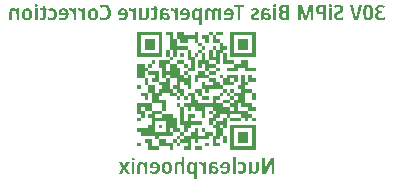
<source format=gbo>
G04 Layer: BottomSilkscreenLayer*
G04 EasyEDA v6.5.42, 2024-03-17 15:56:58*
G04 633bbcd927b44838993661e05d2ec2ea,9a5be75d700b4a6385dc1106f27949ae,10*
G04 Gerber Generator version 0.2*
G04 Scale: 100 percent, Rotated: No, Reflected: No *
G04 Dimensions in millimeters *
G04 leading zeros omitted , absolute positions ,4 integer and 5 decimal *
%FSLAX45Y45*%
%MOMM*%

%ADD10C,0.0001*%

%LPD*%
G36*
X1984908Y-499973D02*
G01*
X1984908Y-530199D01*
X1924405Y-530199D01*
X1924405Y-560476D01*
X2015134Y-560476D01*
X2015134Y-499973D01*
G37*
G36*
X2439568Y-499973D02*
G01*
X2439568Y-530199D01*
X2469743Y-530199D01*
X2469743Y-560476D01*
X2500020Y-560476D01*
X2500020Y-499973D01*
G37*
G36*
X2348636Y-499973D02*
G01*
X2348636Y-530199D01*
X2439263Y-530199D01*
X2439263Y-499973D01*
G37*
G36*
X2287879Y-499973D02*
G01*
X2287879Y-560476D01*
X2318156Y-560476D01*
X2318156Y-530199D01*
X2348331Y-530199D01*
X2348331Y-499973D01*
G37*
G36*
X2166772Y-499973D02*
G01*
X2166772Y-530199D01*
X2227224Y-530199D01*
X2227224Y-499973D01*
G37*
G36*
X2106015Y-499973D02*
G01*
X2106015Y-530199D01*
X2136241Y-530199D01*
X2136241Y-499973D01*
G37*
G36*
X1833473Y-499973D02*
G01*
X1833473Y-560476D01*
X1924202Y-560476D01*
X1924202Y-530199D01*
X1893976Y-530199D01*
X1893976Y-499973D01*
G37*
G36*
X1742592Y-499973D02*
G01*
X1742592Y-530199D01*
X1772818Y-530199D01*
X1772818Y-560476D01*
X1803044Y-560476D01*
X1803044Y-499973D01*
G37*
G36*
X1621434Y-499973D02*
G01*
X1621434Y-530199D01*
X1681886Y-530199D01*
X1681886Y-560476D01*
X1712112Y-560476D01*
X1712112Y-499973D01*
G37*
G36*
X1530502Y-499973D02*
G01*
X1530502Y-530199D01*
X1621129Y-530199D01*
X1621129Y-499973D01*
G37*
G36*
X1499971Y-499973D02*
G01*
X1499971Y-560476D01*
X1530197Y-560476D01*
X1530197Y-499973D01*
G37*
G36*
X2136495Y-530199D02*
G01*
X2136495Y-560476D01*
X2166772Y-560476D01*
X2166772Y-530199D01*
G37*
G36*
X2045563Y-530199D02*
G01*
X2045563Y-560476D01*
X2106015Y-560476D01*
X2106015Y-530199D01*
G37*
G36*
X2469743Y-560679D02*
G01*
X2469743Y-651357D01*
X2500020Y-651357D01*
X2500020Y-560679D01*
G37*
G36*
X2348636Y-560679D02*
G01*
X2348636Y-651357D01*
X2439263Y-651357D01*
X2439263Y-560679D01*
G37*
G36*
X2287879Y-560679D02*
G01*
X2287879Y-651357D01*
X2318156Y-651357D01*
X2318156Y-560679D01*
G37*
G36*
X2136495Y-560679D02*
G01*
X2136495Y-590905D01*
X2196947Y-590905D01*
X2196947Y-560679D01*
G37*
G36*
X2075840Y-560679D02*
G01*
X2075840Y-590905D01*
X2106015Y-590905D01*
X2106015Y-560679D01*
G37*
G36*
X1984908Y-560679D02*
G01*
X1984908Y-590905D01*
X2015134Y-590905D01*
X2015134Y-560679D01*
G37*
G36*
X1863750Y-560679D02*
G01*
X1863750Y-590905D01*
X1924202Y-590905D01*
X1924202Y-560679D01*
G37*
G36*
X1772818Y-560679D02*
G01*
X1772818Y-651357D01*
X1833270Y-651357D01*
X1833270Y-560679D01*
G37*
G36*
X1681886Y-560679D02*
G01*
X1681886Y-651357D01*
X1712112Y-651357D01*
X1712112Y-560679D01*
G37*
G36*
X1621434Y-560679D02*
G01*
X1621434Y-651357D01*
X1651660Y-651357D01*
X1651660Y-560679D01*
G37*
G36*
X1560728Y-560679D02*
G01*
X1560728Y-651357D01*
X1621129Y-651357D01*
X1621129Y-560679D01*
G37*
G36*
X1499971Y-560679D02*
G01*
X1499971Y-651357D01*
X1530197Y-651357D01*
X1530197Y-560679D01*
G37*
G36*
X2196947Y-590905D02*
G01*
X2196947Y-651357D01*
X2227224Y-651357D01*
X2227224Y-590905D01*
G37*
G36*
X2015134Y-590905D02*
G01*
X2015134Y-621131D01*
X2045309Y-621131D01*
X2045309Y-590905D01*
G37*
G36*
X2227427Y-621131D02*
G01*
X2227427Y-651357D01*
X2257704Y-651357D01*
X2257704Y-621131D01*
G37*
G36*
X2136495Y-621131D02*
G01*
X2136495Y-651357D01*
X2166772Y-651357D01*
X2166772Y-621131D01*
G37*
G36*
X2045563Y-621131D02*
G01*
X2045563Y-651357D01*
X2075840Y-651357D01*
X2075840Y-621131D01*
G37*
G36*
X1833473Y-621131D02*
G01*
X1833473Y-651357D01*
X1924202Y-651357D01*
X1924202Y-621131D01*
G37*
G36*
X2166772Y-651662D02*
G01*
X2166772Y-712063D01*
X2136495Y-712063D01*
X2136495Y-742289D01*
X2166772Y-742289D01*
X2166772Y-772515D01*
X2196947Y-772515D01*
X2196947Y-681837D01*
X2227224Y-681837D01*
X2227224Y-651662D01*
G37*
G36*
X2469743Y-651662D02*
G01*
X2469743Y-681837D01*
X2439568Y-681837D01*
X2439568Y-712063D01*
X2500020Y-712063D01*
X2500020Y-651662D01*
G37*
G36*
X1681886Y-651662D02*
G01*
X1681886Y-681837D01*
X1621434Y-681837D01*
X1621434Y-712063D01*
X1712112Y-712063D01*
X1712112Y-651662D01*
G37*
G36*
X2287879Y-651662D02*
G01*
X2287879Y-712063D01*
X2348331Y-712063D01*
X2348331Y-681837D01*
X2318156Y-681837D01*
X2318156Y-651662D01*
G37*
G36*
X2106015Y-651662D02*
G01*
X2106015Y-742289D01*
X2136241Y-742289D01*
X2136241Y-651662D01*
G37*
G36*
X2015134Y-651662D02*
G01*
X2015134Y-681837D01*
X2045309Y-681837D01*
X2045309Y-651662D01*
G37*
G36*
X1924405Y-651662D02*
G01*
X1924405Y-742289D01*
X1954631Y-742289D01*
X1954631Y-772515D01*
X1984908Y-772515D01*
X1984908Y-712063D01*
X1954631Y-712063D01*
X1954631Y-651662D01*
G37*
G36*
X1803044Y-651662D02*
G01*
X1803044Y-712063D01*
X1833270Y-712063D01*
X1833270Y-651662D01*
G37*
G36*
X1742592Y-651662D02*
G01*
X1742592Y-712063D01*
X1772818Y-712063D01*
X1772818Y-651662D01*
G37*
G36*
X1499971Y-651662D02*
G01*
X1499971Y-712063D01*
X1530197Y-712063D01*
X1530197Y-651662D01*
G37*
G36*
X2348636Y-681837D02*
G01*
X2348636Y-712063D01*
X2439263Y-712063D01*
X2439263Y-681837D01*
G37*
G36*
X2227427Y-681837D02*
G01*
X2227427Y-772515D01*
X2318156Y-772515D01*
X2318156Y-742289D01*
X2257704Y-742289D01*
X2257704Y-681837D01*
G37*
G36*
X2045563Y-681837D02*
G01*
X2045563Y-772515D01*
X2106015Y-772515D01*
X2106015Y-742289D01*
X2075840Y-742289D01*
X2075840Y-681837D01*
G37*
G36*
X1984908Y-681837D02*
G01*
X1984908Y-712063D01*
X2015134Y-712063D01*
X2015134Y-681837D01*
G37*
G36*
X1863750Y-681837D02*
G01*
X1863750Y-712063D01*
X1893976Y-712063D01*
X1893976Y-681837D01*
G37*
G36*
X1530502Y-681837D02*
G01*
X1530502Y-712063D01*
X1621129Y-712063D01*
X1621129Y-681837D01*
G37*
G36*
X1772818Y-712063D02*
G01*
X1772818Y-742289D01*
X1803044Y-742289D01*
X1803044Y-712063D01*
G37*
G36*
X2378811Y-742289D02*
G01*
X2378811Y-772515D01*
X2439263Y-772515D01*
X2439263Y-742289D01*
G37*
G36*
X2015134Y-742289D02*
G01*
X2015134Y-772515D01*
X2045309Y-772515D01*
X2045309Y-742289D01*
G37*
G36*
X1833473Y-742289D02*
G01*
X1833473Y-772515D01*
X1893976Y-772515D01*
X1893976Y-742289D01*
G37*
G36*
X1742592Y-742289D02*
G01*
X1742592Y-772515D01*
X1772818Y-772515D01*
X1772818Y-742289D01*
G37*
G36*
X1681886Y-742289D02*
G01*
X1681886Y-772515D01*
X1742287Y-772515D01*
X1742287Y-742289D01*
G37*
G36*
X1621434Y-742289D02*
G01*
X1621434Y-772515D01*
X1651660Y-772515D01*
X1651660Y-742289D01*
G37*
G36*
X1772818Y-772820D02*
G01*
X1772818Y-833221D01*
X1742592Y-833221D01*
X1742592Y-863447D01*
X1833270Y-863447D01*
X1833270Y-772820D01*
G37*
G36*
X2318156Y-772820D02*
G01*
X2318156Y-802995D01*
X2257704Y-802995D01*
X2257704Y-833221D01*
X2348331Y-833221D01*
X2348331Y-772820D01*
G37*
G36*
X1954631Y-772820D02*
G01*
X1954631Y-802995D01*
X1924405Y-802995D01*
X1924405Y-833221D01*
X1984908Y-833221D01*
X1984908Y-772820D01*
G37*
G36*
X2348636Y-772820D02*
G01*
X2348636Y-802995D01*
X2409088Y-802995D01*
X2409088Y-833221D01*
X2439263Y-833221D01*
X2439263Y-772820D01*
G37*
G36*
X2136495Y-772820D02*
G01*
X2136495Y-802995D01*
X2166772Y-802995D01*
X2166772Y-772820D01*
G37*
G36*
X2075840Y-772820D02*
G01*
X2075840Y-833221D01*
X2106015Y-833221D01*
X2106015Y-802995D01*
X2136241Y-802995D01*
X2136241Y-772820D01*
G37*
G36*
X2015134Y-772820D02*
G01*
X2015134Y-802995D01*
X2045309Y-802995D01*
X2045309Y-772820D01*
G37*
G36*
X1893976Y-772820D02*
G01*
X1893976Y-802995D01*
X1924202Y-802995D01*
X1924202Y-772820D01*
G37*
G36*
X1681886Y-772820D02*
G01*
X1681886Y-802995D01*
X1712112Y-802995D01*
X1712112Y-863447D01*
X1742287Y-863447D01*
X1742287Y-772820D01*
G37*
G36*
X1590954Y-772820D02*
G01*
X1590954Y-802995D01*
X1621129Y-802995D01*
X1621129Y-772820D01*
G37*
G36*
X1530502Y-772820D02*
G01*
X1530502Y-863447D01*
X1560728Y-863447D01*
X1560728Y-833221D01*
X1590954Y-833221D01*
X1590954Y-802995D01*
X1560728Y-802995D01*
X1560728Y-772820D01*
G37*
G36*
X1499971Y-772820D02*
G01*
X1499971Y-863447D01*
X1530197Y-863447D01*
X1530197Y-772820D01*
G37*
G36*
X2439568Y-802995D02*
G01*
X2439568Y-833221D01*
X2500020Y-833221D01*
X2500020Y-802995D01*
G37*
G36*
X2166772Y-802995D02*
G01*
X2166772Y-833221D01*
X2196947Y-833221D01*
X2196947Y-802995D01*
G37*
G36*
X1833473Y-802995D02*
G01*
X1833473Y-863447D01*
X1863750Y-863447D01*
X1863750Y-802995D01*
G37*
G36*
X2136495Y-833221D02*
G01*
X2136495Y-863447D01*
X2166772Y-863447D01*
X2166772Y-833221D01*
G37*
G36*
X2106015Y-833221D02*
G01*
X2106015Y-863447D01*
X2136241Y-863447D01*
X2136241Y-833221D01*
G37*
G36*
X2045563Y-833221D02*
G01*
X2045563Y-863447D01*
X2075840Y-863447D01*
X2075840Y-833221D01*
G37*
G36*
X2015134Y-833221D02*
G01*
X2015134Y-863447D01*
X2045309Y-863447D01*
X2045309Y-833221D01*
G37*
G36*
X1893976Y-833221D02*
G01*
X1893976Y-863447D01*
X1924202Y-863447D01*
X1924202Y-833221D01*
G37*
G36*
X1621434Y-833221D02*
G01*
X1621434Y-863447D01*
X1681886Y-863447D01*
X1681886Y-833221D01*
G37*
G36*
X1590954Y-833221D02*
G01*
X1590954Y-863447D01*
X1621129Y-863447D01*
X1621129Y-833221D01*
G37*
G36*
X2257704Y-863752D02*
G01*
X2257704Y-893978D01*
X2227427Y-893978D01*
X2227427Y-954379D01*
X2318156Y-954379D01*
X2318156Y-924204D01*
X2287879Y-924204D01*
X2287879Y-893978D01*
X2318156Y-893978D01*
X2318156Y-924204D01*
X2348331Y-924204D01*
X2348331Y-863752D01*
G37*
G36*
X1651660Y-863752D02*
G01*
X1651660Y-893978D01*
X1621434Y-893978D01*
X1621434Y-924204D01*
X1681886Y-924204D01*
X1681886Y-863752D01*
G37*
G36*
X2439568Y-863752D02*
G01*
X2439568Y-924204D01*
X2500020Y-924204D01*
X2500020Y-893978D01*
X2469743Y-893978D01*
X2469743Y-863752D01*
G37*
G36*
X2378811Y-863752D02*
G01*
X2378811Y-954379D01*
X2439263Y-954379D01*
X2439263Y-924204D01*
X2409088Y-924204D01*
X2409088Y-863752D01*
G37*
G36*
X2196947Y-863752D02*
G01*
X2196947Y-893978D01*
X2227224Y-893978D01*
X2227224Y-863752D01*
G37*
G36*
X2045563Y-863752D02*
G01*
X2045563Y-893978D01*
X2106015Y-893978D01*
X2106015Y-863752D01*
G37*
G36*
X1984908Y-863752D02*
G01*
X1984908Y-924204D01*
X2015134Y-924204D01*
X2015134Y-893978D01*
X2045309Y-893978D01*
X2045309Y-863752D01*
G37*
G36*
X1924405Y-863752D02*
G01*
X1924405Y-954379D01*
X1954631Y-954379D01*
X1954631Y-863752D01*
G37*
G36*
X1833473Y-863752D02*
G01*
X1833473Y-954379D01*
X1863750Y-954379D01*
X1863750Y-924204D01*
X1893976Y-924204D01*
X1893976Y-954379D01*
X1924202Y-954379D01*
X1924202Y-893978D01*
X1893976Y-893978D01*
X1893976Y-863752D01*
G37*
G36*
X1772818Y-863752D02*
G01*
X1772818Y-893978D01*
X1833270Y-893978D01*
X1833270Y-863752D01*
G37*
G36*
X1712112Y-863752D02*
G01*
X1712112Y-893978D01*
X1742287Y-893978D01*
X1742287Y-863752D01*
G37*
G36*
X1530502Y-863752D02*
G01*
X1530502Y-893978D01*
X1560728Y-893978D01*
X1560728Y-863752D01*
G37*
G36*
X1499971Y-863752D02*
G01*
X1499971Y-893978D01*
X1530197Y-893978D01*
X1530197Y-863752D01*
G37*
G36*
X2136495Y-893978D02*
G01*
X2136495Y-954379D01*
X2196947Y-954379D01*
X2196947Y-924204D01*
X2166772Y-924204D01*
X2166772Y-893978D01*
G37*
G36*
X2106015Y-893978D02*
G01*
X2106015Y-924204D01*
X2136241Y-924204D01*
X2136241Y-893978D01*
G37*
G36*
X1742592Y-893978D02*
G01*
X1742592Y-954379D01*
X1772818Y-954379D01*
X1772818Y-893978D01*
G37*
G36*
X1560728Y-893978D02*
G01*
X1560728Y-954379D01*
X1590954Y-954379D01*
X1590954Y-893978D01*
G37*
G36*
X2045563Y-924204D02*
G01*
X2045563Y-954379D01*
X2075840Y-954379D01*
X2075840Y-924204D01*
G37*
G36*
X1681886Y-924204D02*
G01*
X1681886Y-954379D01*
X1742287Y-954379D01*
X1742287Y-924204D01*
G37*
G36*
X2348636Y-954684D02*
G01*
X2348636Y-984910D01*
X2378811Y-984910D01*
X2378811Y-1015136D01*
X2348636Y-1015136D01*
X2348636Y-1075537D01*
X2409088Y-1075537D01*
X2409088Y-1015136D01*
X2439263Y-1015136D01*
X2439263Y-984910D01*
X2409088Y-984910D01*
X2409088Y-954684D01*
G37*
G36*
X2136495Y-954684D02*
G01*
X2136495Y-984910D01*
X2227224Y-984910D01*
X2227224Y-954684D01*
G37*
G36*
X2045563Y-954684D02*
G01*
X2045563Y-984910D01*
X2075840Y-984910D01*
X2075840Y-1015136D01*
X2106015Y-1015136D01*
X2106015Y-984910D01*
X2136241Y-984910D01*
X2136241Y-954684D01*
G37*
G36*
X1924405Y-954684D02*
G01*
X1924405Y-984910D01*
X1954631Y-984910D01*
X1954631Y-954684D01*
G37*
G36*
X1833473Y-954684D02*
G01*
X1833473Y-1015136D01*
X1863750Y-1015136D01*
X1863750Y-1045362D01*
X1893976Y-1045362D01*
X1893976Y-984910D01*
X1863750Y-984910D01*
X1863750Y-954684D01*
G37*
G36*
X1803044Y-954684D02*
G01*
X1803044Y-984910D01*
X1833270Y-984910D01*
X1833270Y-954684D01*
G37*
G36*
X1742592Y-954684D02*
G01*
X1742592Y-1015136D01*
X1772818Y-1015136D01*
X1772818Y-1045362D01*
X1833270Y-1045362D01*
X1833270Y-1015136D01*
X1803044Y-1015136D01*
X1803044Y-984910D01*
X1772818Y-984910D01*
X1772818Y-954684D01*
G37*
G36*
X1621434Y-954684D02*
G01*
X1621434Y-1075537D01*
X1681886Y-1075537D01*
X1681886Y-1045362D01*
X1712112Y-1045362D01*
X1712112Y-1015136D01*
X1742287Y-1015136D01*
X1742287Y-954684D01*
X1712112Y-954684D01*
X1712112Y-984910D01*
X1681886Y-984910D01*
X1681886Y-1015136D01*
X1651660Y-1015136D01*
X1651660Y-954684D01*
G37*
G36*
X1590954Y-954684D02*
G01*
X1590954Y-1015136D01*
X1621129Y-1015136D01*
X1621129Y-954684D01*
G37*
G36*
X1499971Y-954684D02*
G01*
X1499971Y-984910D01*
X1530197Y-984910D01*
X1530197Y-954684D01*
G37*
G36*
X2439568Y-984910D02*
G01*
X2439568Y-1015136D01*
X2469743Y-1015136D01*
X2469743Y-984910D01*
G37*
G36*
X2287879Y-984910D02*
G01*
X2287879Y-1015136D01*
X2318156Y-1015136D01*
X2318156Y-984910D01*
G37*
G36*
X2227427Y-984910D02*
G01*
X2227427Y-1015136D01*
X2257704Y-1015136D01*
X2257704Y-984910D01*
G37*
G36*
X1984908Y-984910D02*
G01*
X1984908Y-1015136D01*
X2015134Y-1015136D01*
X2015134Y-1045362D01*
X2045309Y-1045362D01*
X2045309Y-984910D01*
G37*
G36*
X2469743Y-1015136D02*
G01*
X2469743Y-1075537D01*
X2500020Y-1075537D01*
X2500020Y-1015136D01*
G37*
G36*
X2318156Y-1015136D02*
G01*
X2318156Y-1045362D01*
X2348331Y-1045362D01*
X2348331Y-1015136D01*
G37*
G36*
X2257704Y-1015136D02*
G01*
X2257704Y-1045362D01*
X2287879Y-1045362D01*
X2287879Y-1015136D01*
G37*
G36*
X2196947Y-1015136D02*
G01*
X2196947Y-1045362D01*
X2227224Y-1045362D01*
X2227224Y-1015136D01*
G37*
G36*
X1924405Y-1015136D02*
G01*
X1924405Y-1045362D01*
X1954631Y-1045362D01*
X1954631Y-1075537D01*
X1984908Y-1075537D01*
X1984908Y-1015136D01*
G37*
G36*
X1530502Y-1015136D02*
G01*
X1530502Y-1045362D01*
X1560728Y-1045362D01*
X1560728Y-1075537D01*
X1590954Y-1075537D01*
X1590954Y-1015136D01*
G37*
G36*
X2287879Y-1045362D02*
G01*
X2287879Y-1075537D01*
X2318156Y-1075537D01*
X2318156Y-1045362D01*
G37*
G36*
X2136495Y-1045362D02*
G01*
X2136495Y-1075537D01*
X2196947Y-1075537D01*
X2196947Y-1045362D01*
G37*
G36*
X2045563Y-1045362D02*
G01*
X2045563Y-1075537D01*
X2106015Y-1075537D01*
X2106015Y-1045362D01*
G37*
G36*
X1893976Y-1045362D02*
G01*
X1893976Y-1075537D01*
X1924202Y-1075537D01*
X1924202Y-1045362D01*
G37*
G36*
X1833473Y-1045362D02*
G01*
X1833473Y-1075537D01*
X1863750Y-1075537D01*
X1863750Y-1045362D01*
G37*
G36*
X2318156Y-1075842D02*
G01*
X2318156Y-1106068D01*
X2287879Y-1106068D01*
X2287879Y-1136294D01*
X2318156Y-1136294D01*
X2318156Y-1166520D01*
X2348331Y-1166520D01*
X2348331Y-1075842D01*
G37*
G36*
X1954631Y-1075842D02*
G01*
X1954631Y-1106068D01*
X1924405Y-1106068D01*
X1924405Y-1166520D01*
X1954631Y-1166520D01*
X1954631Y-1136294D01*
X1984908Y-1136294D01*
X1984908Y-1166520D01*
X2045309Y-1166520D01*
X2045309Y-1106068D01*
X2015134Y-1106068D01*
X2015134Y-1075842D01*
G37*
G36*
X2348636Y-1075842D02*
G01*
X2348636Y-1106068D01*
X2378811Y-1106068D01*
X2378811Y-1136294D01*
X2439263Y-1136294D01*
X2439263Y-1106068D01*
X2409088Y-1106068D01*
X2409088Y-1075842D01*
G37*
G36*
X2227427Y-1075842D02*
G01*
X2227427Y-1106068D01*
X2287879Y-1106068D01*
X2287879Y-1075842D01*
G37*
G36*
X2136495Y-1075842D02*
G01*
X2136495Y-1166520D01*
X2227224Y-1166520D01*
X2227224Y-1106068D01*
X2166772Y-1106068D01*
X2166772Y-1075842D01*
G37*
G36*
X1621434Y-1075842D02*
G01*
X1621434Y-1106068D01*
X1712112Y-1106068D01*
X1712112Y-1166520D01*
X1742287Y-1166520D01*
X1742287Y-1075842D01*
G37*
G36*
X2439568Y-1106068D02*
G01*
X2439568Y-1166520D01*
X2500020Y-1166520D01*
X2500020Y-1136294D01*
X2469743Y-1136294D01*
X2469743Y-1106068D01*
G37*
G36*
X2045563Y-1106068D02*
G01*
X2045563Y-1166520D01*
X2075840Y-1166520D01*
X2075840Y-1136294D01*
X2136241Y-1136294D01*
X2136241Y-1106068D01*
G37*
G36*
X1893976Y-1106068D02*
G01*
X1893976Y-1136294D01*
X1924202Y-1136294D01*
X1924202Y-1106068D01*
G37*
G36*
X1833473Y-1106068D02*
G01*
X1833473Y-1136294D01*
X1863750Y-1136294D01*
X1863750Y-1106068D01*
G37*
G36*
X1530502Y-1106068D02*
G01*
X1530502Y-1136294D01*
X1560728Y-1136294D01*
X1560728Y-1166520D01*
X1621129Y-1166520D01*
X1621129Y-1106068D01*
G37*
G36*
X1499971Y-1106068D02*
G01*
X1499971Y-1166520D01*
X1530197Y-1166520D01*
X1530197Y-1106068D01*
G37*
G36*
X2227427Y-1136294D02*
G01*
X2227427Y-1166520D01*
X2287879Y-1166520D01*
X2287879Y-1136294D01*
G37*
G36*
X1863750Y-1136294D02*
G01*
X1863750Y-1166520D01*
X1893976Y-1166520D01*
X1893976Y-1136294D01*
G37*
G36*
X2166772Y-1166723D02*
G01*
X2166772Y-1196949D01*
X2136495Y-1196949D01*
X2136495Y-1257452D01*
X2166772Y-1257452D01*
X2166772Y-1227226D01*
X2196947Y-1227226D01*
X2196947Y-1196949D01*
X2227224Y-1196949D01*
X2227224Y-1166723D01*
G37*
G36*
X2348636Y-1166723D02*
G01*
X2348636Y-1196949D01*
X2378811Y-1196949D01*
X2378811Y-1227226D01*
X2409088Y-1227226D01*
X2409088Y-1257452D01*
X2439263Y-1257452D01*
X2439263Y-1166723D01*
G37*
G36*
X2227427Y-1166723D02*
G01*
X2227427Y-1196949D01*
X2257704Y-1196949D01*
X2257704Y-1227226D01*
X2287879Y-1227226D01*
X2287879Y-1196949D01*
X2348331Y-1196949D01*
X2348331Y-1166723D01*
G37*
G36*
X2106015Y-1166723D02*
G01*
X2106015Y-1196949D01*
X2136241Y-1196949D01*
X2136241Y-1166723D01*
G37*
G36*
X2045563Y-1166723D02*
G01*
X2045563Y-1227226D01*
X2075840Y-1227226D01*
X2075840Y-1166723D01*
G37*
G36*
X1863750Y-1166723D02*
G01*
X1863750Y-1257452D01*
X1893976Y-1257452D01*
X1893976Y-1166723D01*
G37*
G36*
X1621434Y-1166723D02*
G01*
X1621434Y-1257452D01*
X1742287Y-1257452D01*
X1742287Y-1196949D01*
X1712112Y-1196949D01*
X1712112Y-1227226D01*
X1651660Y-1227226D01*
X1651660Y-1196949D01*
X1712112Y-1196949D01*
X1712112Y-1166723D01*
G37*
G36*
X1530502Y-1166723D02*
G01*
X1530502Y-1227226D01*
X1560728Y-1227226D01*
X1560728Y-1166723D01*
G37*
G36*
X1499971Y-1166723D02*
G01*
X1499971Y-1196949D01*
X1530197Y-1196949D01*
X1530197Y-1166723D01*
G37*
G36*
X2439568Y-1196949D02*
G01*
X2439568Y-1227226D01*
X2469743Y-1227226D01*
X2469743Y-1196949D01*
G37*
G36*
X1924405Y-1196949D02*
G01*
X1924405Y-1257452D01*
X1954631Y-1257452D01*
X1954631Y-1227226D01*
X1984908Y-1227226D01*
X1984908Y-1196949D01*
G37*
G36*
X1742592Y-1196949D02*
G01*
X1742592Y-1257452D01*
X1833270Y-1257452D01*
X1833270Y-1227226D01*
X1803044Y-1227226D01*
X1803044Y-1196949D01*
G37*
G36*
X1590954Y-1196949D02*
G01*
X1590954Y-1227226D01*
X1621129Y-1227226D01*
X1621129Y-1196949D01*
G37*
G36*
X2469743Y-1227226D02*
G01*
X2469743Y-1257452D01*
X2500020Y-1257452D01*
X2500020Y-1227226D01*
G37*
G36*
X2348636Y-1227226D02*
G01*
X2348636Y-1257452D01*
X2378811Y-1257452D01*
X2378811Y-1227226D01*
G37*
G36*
X2287879Y-1227226D02*
G01*
X2287879Y-1257452D01*
X2348331Y-1257452D01*
X2348331Y-1227226D01*
G37*
G36*
X2227427Y-1227226D02*
G01*
X2227427Y-1257452D01*
X2257704Y-1257452D01*
X2257704Y-1227226D01*
G37*
G36*
X2106015Y-1227226D02*
G01*
X2106015Y-1257452D01*
X2136241Y-1257452D01*
X2136241Y-1227226D01*
G37*
G36*
X1499971Y-1227226D02*
G01*
X1499971Y-1257452D01*
X1530197Y-1257452D01*
X1530197Y-1227226D01*
G37*
G36*
X2166772Y-1257655D02*
G01*
X2166772Y-1287881D01*
X2136495Y-1287881D01*
X2136495Y-1318107D01*
X2166772Y-1318107D01*
X2166772Y-1378610D01*
X2227224Y-1378610D01*
X2227224Y-1318107D01*
X2196947Y-1318107D01*
X2196947Y-1287881D01*
X2227224Y-1287881D01*
X2227224Y-1257655D01*
G37*
G36*
X2227427Y-1257655D02*
G01*
X2227427Y-1318107D01*
X2257704Y-1318107D01*
X2257704Y-1257655D01*
G37*
G36*
X2106015Y-1257655D02*
G01*
X2106015Y-1287881D01*
X2136241Y-1287881D01*
X2136241Y-1257655D01*
G37*
G36*
X1924405Y-1257655D02*
G01*
X1924405Y-1318107D01*
X1954631Y-1318107D01*
X1954631Y-1287881D01*
X2045309Y-1287881D01*
X2045309Y-1257655D01*
G37*
G36*
X1863750Y-1257655D02*
G01*
X1863750Y-1287881D01*
X1893976Y-1287881D01*
X1893976Y-1348384D01*
X1924202Y-1348384D01*
X1924202Y-1257655D01*
G37*
G36*
X1742592Y-1257655D02*
G01*
X1742592Y-1378610D01*
X1803044Y-1378610D01*
X1803044Y-1348384D01*
X1772818Y-1348384D01*
X1772818Y-1318107D01*
X1803044Y-1318107D01*
X1803044Y-1348384D01*
X1833270Y-1348384D01*
X1833270Y-1257655D01*
G37*
G36*
X1621434Y-1257655D02*
G01*
X1621434Y-1378610D01*
X1742287Y-1378610D01*
X1742287Y-1348384D01*
X1651660Y-1348384D01*
X1651660Y-1257655D01*
G37*
G36*
X1590954Y-1287881D02*
G01*
X1590954Y-1318107D01*
X1530502Y-1318107D01*
X1530502Y-1378610D01*
X1621129Y-1378610D01*
X1621129Y-1287881D01*
G37*
G36*
X2439568Y-1287881D02*
G01*
X2439568Y-1318107D01*
X2469743Y-1318107D01*
X2469743Y-1378610D01*
X2500020Y-1378610D01*
X2500020Y-1287881D01*
G37*
G36*
X2348636Y-1287881D02*
G01*
X2348636Y-1318107D01*
X2439263Y-1318107D01*
X2439263Y-1287881D01*
G37*
G36*
X2287879Y-1287881D02*
G01*
X2287879Y-1378610D01*
X2318156Y-1378610D01*
X2318156Y-1318107D01*
X2348331Y-1318107D01*
X2348331Y-1287881D01*
G37*
G36*
X1681886Y-1287881D02*
G01*
X1681886Y-1318107D01*
X1712112Y-1318107D01*
X1712112Y-1287881D01*
G37*
G36*
X1984908Y-1318107D02*
G01*
X1984908Y-1348384D01*
X1954631Y-1348384D01*
X1954631Y-1378610D01*
X2015134Y-1378610D01*
X2015134Y-1318107D01*
G37*
G36*
X2045563Y-1318107D02*
G01*
X2045563Y-1348384D01*
X2075840Y-1348384D01*
X2075840Y-1318107D01*
G37*
G36*
X1833473Y-1318107D02*
G01*
X1833473Y-1348384D01*
X1863750Y-1348384D01*
X1863750Y-1318107D01*
G37*
G36*
X1499971Y-1318107D02*
G01*
X1499971Y-1348384D01*
X1530197Y-1348384D01*
X1530197Y-1318107D01*
G37*
G36*
X2348636Y-1348384D02*
G01*
X2348636Y-1378610D01*
X2439263Y-1378610D01*
X2439263Y-1348384D01*
G37*
G36*
X2075840Y-1348384D02*
G01*
X2075840Y-1378610D01*
X2136241Y-1378610D01*
X2136241Y-1348384D01*
G37*
G36*
X1863750Y-1348384D02*
G01*
X1863750Y-1378610D01*
X1893976Y-1378610D01*
X1893976Y-1348384D01*
G37*
G36*
X1893976Y-1378813D02*
G01*
X1893976Y-1409039D01*
X1863750Y-1409039D01*
X1863750Y-1439265D01*
X1924202Y-1439265D01*
X1924202Y-1378813D01*
G37*
G36*
X2469743Y-1378813D02*
G01*
X2469743Y-1469542D01*
X2500020Y-1469542D01*
X2500020Y-1378813D01*
G37*
G36*
X2348636Y-1378813D02*
G01*
X2348636Y-1439265D01*
X2439263Y-1439265D01*
X2439263Y-1378813D01*
G37*
G36*
X2287879Y-1378813D02*
G01*
X2287879Y-1469542D01*
X2318156Y-1469542D01*
X2318156Y-1378813D01*
G37*
G36*
X2227427Y-1378813D02*
G01*
X2227427Y-1439265D01*
X2257704Y-1439265D01*
X2257704Y-1378813D01*
G37*
G36*
X2136495Y-1378813D02*
G01*
X2136495Y-1469542D01*
X2196947Y-1469542D01*
X2196947Y-1439265D01*
X2166772Y-1439265D01*
X2166772Y-1409039D01*
X2196947Y-1409039D01*
X2196947Y-1378813D01*
G37*
G36*
X2045563Y-1378813D02*
G01*
X2045563Y-1409039D01*
X2106015Y-1409039D01*
X2106015Y-1378813D01*
G37*
G36*
X1924405Y-1378813D02*
G01*
X1924405Y-1469542D01*
X1954631Y-1469542D01*
X1954631Y-1409039D01*
X1984908Y-1409039D01*
X1984908Y-1439265D01*
X2015134Y-1439265D01*
X2015134Y-1409039D01*
X2045309Y-1409039D01*
X2045309Y-1378813D01*
G37*
G36*
X1833473Y-1378813D02*
G01*
X1833473Y-1409039D01*
X1863750Y-1409039D01*
X1863750Y-1378813D01*
G37*
G36*
X1651660Y-1378813D02*
G01*
X1651660Y-1409039D01*
X1681886Y-1409039D01*
X1681886Y-1378813D01*
G37*
G36*
X1803044Y-1409039D02*
G01*
X1803044Y-1439265D01*
X1833270Y-1439265D01*
X1833270Y-1409039D01*
G37*
G36*
X1681886Y-1409039D02*
G01*
X1681886Y-1469542D01*
X1742287Y-1469542D01*
X1742287Y-1409039D01*
G37*
G36*
X1560728Y-1409039D02*
G01*
X1560728Y-1439265D01*
X1590954Y-1439265D01*
X1590954Y-1469542D01*
X1621129Y-1469542D01*
X1621129Y-1409039D01*
G37*
G36*
X2075840Y-1439265D02*
G01*
X2075840Y-1469542D01*
X2106015Y-1469542D01*
X2106015Y-1439265D01*
G37*
G36*
X1833473Y-1439265D02*
G01*
X1833473Y-1469542D01*
X1863750Y-1469542D01*
X1863750Y-1439265D01*
G37*
G36*
X1742592Y-1439265D02*
G01*
X1742592Y-1469542D01*
X1803044Y-1469542D01*
X1803044Y-1439265D01*
G37*
G36*
X1499971Y-1439265D02*
G01*
X1499971Y-1469542D01*
X1530197Y-1469542D01*
X1530197Y-1439265D01*
G37*
G36*
X2439568Y-1469745D02*
G01*
X2439568Y-1499971D01*
X2500020Y-1499971D01*
X2500020Y-1469745D01*
G37*
G36*
X2348636Y-1469745D02*
G01*
X2348636Y-1499971D01*
X2439263Y-1499971D01*
X2439263Y-1469745D01*
G37*
G36*
X2287879Y-1469745D02*
G01*
X2287879Y-1499971D01*
X2348331Y-1499971D01*
X2348331Y-1469745D01*
G37*
G36*
X1984908Y-1469745D02*
G01*
X1984908Y-1499971D01*
X2045309Y-1499971D01*
X2045309Y-1469745D01*
G37*
G36*
X1924405Y-1469745D02*
G01*
X1924405Y-1499971D01*
X1954631Y-1499971D01*
X1954631Y-1469745D01*
G37*
G36*
X1893976Y-1469745D02*
G01*
X1893976Y-1499971D01*
X1924202Y-1499971D01*
X1924202Y-1469745D01*
G37*
G36*
X1772818Y-1469745D02*
G01*
X1772818Y-1499971D01*
X1803044Y-1499971D01*
X1803044Y-1469745D01*
G37*
G36*
X1621434Y-1469745D02*
G01*
X1621434Y-1499971D01*
X1681886Y-1499971D01*
X1681886Y-1469745D01*
G37*
G36*
X1590954Y-1469745D02*
G01*
X1590954Y-1499971D01*
X1621129Y-1499971D01*
X1621129Y-1469745D01*
G37*
G36*
X3132378Y-264718D02*
G01*
X3129838Y-264871D01*
X3127451Y-265379D01*
X3125266Y-266293D01*
X3123234Y-267512D01*
X3121710Y-269036D01*
X3120593Y-271068D01*
X3119932Y-273608D01*
X3119678Y-276656D01*
X3119932Y-279704D01*
X3120593Y-282295D01*
X3121710Y-284429D01*
X3123234Y-286054D01*
X3125266Y-287274D01*
X3127451Y-288137D01*
X3129838Y-288645D01*
X3132378Y-288848D01*
X3135071Y-288645D01*
X3137509Y-288137D01*
X3139795Y-287274D01*
X3141776Y-286054D01*
X3143453Y-284429D01*
X3144621Y-282295D01*
X3145383Y-279704D01*
X3145586Y-276656D01*
X3145383Y-273608D01*
X3144672Y-271068D01*
X3143453Y-269036D01*
X3141776Y-267512D01*
X3139795Y-266293D01*
X3137509Y-265430D01*
X3135071Y-264871D01*
G37*
G36*
X2661716Y-264718D02*
G01*
X2659278Y-264871D01*
X2656941Y-265379D01*
X2654808Y-266293D01*
X2652826Y-267512D01*
X2651150Y-269036D01*
X2649982Y-271068D01*
X2649270Y-273608D01*
X2649016Y-276656D01*
X2649270Y-279704D01*
X2649982Y-282295D01*
X2651150Y-284429D01*
X2652826Y-286054D01*
X2654808Y-287274D01*
X2656941Y-288137D01*
X2659278Y-288645D01*
X2661716Y-288848D01*
X2664409Y-288645D01*
X2666847Y-288137D01*
X2669133Y-287274D01*
X2671114Y-286054D01*
X2672791Y-284429D01*
X2673959Y-282295D01*
X2674721Y-279704D01*
X2674924Y-276656D01*
X2674721Y-273608D01*
X2673959Y-271068D01*
X2672791Y-269036D01*
X2671114Y-267512D01*
X2669133Y-266293D01*
X2666847Y-265430D01*
X2664409Y-264871D01*
G37*
G36*
X642670Y-264718D02*
G01*
X640130Y-264871D01*
X637743Y-265379D01*
X635558Y-266293D01*
X633526Y-267512D01*
X631850Y-269036D01*
X630682Y-271068D01*
X629970Y-273608D01*
X629716Y-276656D01*
X629970Y-279704D01*
X630682Y-282295D01*
X631850Y-284429D01*
X633526Y-286054D01*
X635558Y-287274D01*
X637743Y-288137D01*
X640130Y-288645D01*
X642670Y-288848D01*
X645363Y-288645D01*
X647852Y-288137D01*
X650087Y-287274D01*
X652068Y-286054D01*
X653643Y-284429D01*
X654761Y-282295D01*
X655421Y-279704D01*
X655624Y-276656D01*
X655421Y-273608D01*
X654761Y-271068D01*
X653643Y-269036D01*
X652068Y-267512D01*
X650087Y-266293D01*
X647852Y-265430D01*
X645363Y-264871D01*
G37*
G36*
X3453942Y-269544D02*
G01*
X3440937Y-271526D01*
X3430320Y-277418D01*
X3422345Y-286969D01*
X3416604Y-300024D01*
X3413201Y-316280D01*
X3412043Y-335838D01*
X3435908Y-335838D01*
X3436365Y-321208D01*
X3437686Y-309422D01*
X3438702Y-304393D01*
X3439972Y-300075D01*
X3441496Y-296418D01*
X3443274Y-293420D01*
X3445459Y-291185D01*
X3447999Y-289610D01*
X3450793Y-288645D01*
X3453942Y-288340D01*
X3457092Y-288645D01*
X3459937Y-289610D01*
X3462426Y-291185D01*
X3464610Y-293420D01*
X3466490Y-296367D01*
X3468065Y-300024D01*
X3469284Y-304292D01*
X3470198Y-309168D01*
X3471367Y-321157D01*
X3471722Y-335838D01*
X3471367Y-350113D01*
X3470198Y-362000D01*
X3469284Y-366877D01*
X3468065Y-371144D01*
X3466490Y-374751D01*
X3464610Y-377748D01*
X3462426Y-380085D01*
X3459937Y-381711D01*
X3457092Y-382727D01*
X3453942Y-383082D01*
X3450793Y-382727D01*
X3447999Y-381711D01*
X3445459Y-380085D01*
X3443274Y-377748D01*
X3441496Y-374853D01*
X3439972Y-371246D01*
X3438702Y-366979D01*
X3437686Y-362000D01*
X3436365Y-350113D01*
X3435908Y-335838D01*
X3412043Y-335838D01*
X3412642Y-350418D01*
X3414318Y-363524D01*
X3415639Y-369366D01*
X3417265Y-374802D01*
X3419195Y-379780D01*
X3421430Y-384352D01*
X3424174Y-388315D01*
X3427222Y-391769D01*
X3430625Y-394766D01*
X3434384Y-397306D01*
X3438651Y-399288D01*
X3443376Y-400710D01*
X3448456Y-401574D01*
X3453942Y-401878D01*
X3467100Y-399897D01*
X3477564Y-394004D01*
X3485692Y-384200D01*
X3491280Y-371144D01*
X3494735Y-354838D01*
X3495852Y-335838D01*
X3494836Y-316331D01*
X3491788Y-300024D01*
X3486454Y-286969D01*
X3478580Y-277418D01*
X3467709Y-271526D01*
G37*
G36*
X3553256Y-269798D02*
G01*
X3536442Y-271881D01*
X3524046Y-278180D01*
X3516426Y-287883D01*
X3513886Y-300786D01*
X3514090Y-304952D01*
X3514750Y-308914D01*
X3515766Y-312572D01*
X3517188Y-316026D01*
X3519017Y-319024D01*
X3521151Y-321767D01*
X3523589Y-324256D01*
X3526332Y-326440D01*
X3529380Y-328320D01*
X3532632Y-329946D01*
X3536086Y-331216D01*
X3539794Y-332282D01*
X3539794Y-332790D01*
X3527044Y-336092D01*
X3517696Y-342442D01*
X3514496Y-346557D01*
X3512210Y-351383D01*
X3510787Y-356870D01*
X3510330Y-363016D01*
X3510686Y-368452D01*
X3511600Y-373532D01*
X3513226Y-378358D01*
X3515410Y-382828D01*
X3518306Y-387045D01*
X3521913Y-390753D01*
X3526180Y-394004D01*
X3531158Y-396798D01*
X3543452Y-400608D01*
X3558844Y-401878D01*
X3563823Y-401777D01*
X3573119Y-400862D01*
X3577386Y-400100D01*
X3585464Y-397865D01*
X3593388Y-394766D01*
X3593388Y-374700D01*
X3585413Y-378409D01*
X3581298Y-379882D01*
X3572916Y-382016D01*
X3564890Y-383184D01*
X3561130Y-383336D01*
X3554679Y-382981D01*
X3549192Y-381863D01*
X3544773Y-380034D01*
X3541318Y-377494D01*
X3538778Y-374396D01*
X3536950Y-370738D01*
X3535832Y-366522D01*
X3535476Y-361746D01*
X3535679Y-358698D01*
X3536238Y-355955D01*
X3537204Y-353517D01*
X3538524Y-351332D01*
X3540251Y-349300D01*
X3542436Y-347573D01*
X3544976Y-346151D01*
X3547922Y-344982D01*
X3551377Y-344068D01*
X3555441Y-343458D01*
X3560013Y-343052D01*
X3574592Y-342950D01*
X3574592Y-324662D01*
X3560165Y-324510D01*
X3555847Y-324104D01*
X3552139Y-323342D01*
X3548938Y-322376D01*
X3546144Y-320954D01*
X3543757Y-319328D01*
X3541826Y-317398D01*
X3540302Y-315264D01*
X3539083Y-312877D01*
X3538220Y-310388D01*
X3537712Y-307695D01*
X3537508Y-304850D01*
X3537813Y-301142D01*
X3538677Y-297840D01*
X3540099Y-295046D01*
X3542080Y-292658D01*
X3544620Y-290779D01*
X3547618Y-289407D01*
X3551072Y-288594D01*
X3555034Y-288340D01*
X3560876Y-288696D01*
X3566210Y-289864D01*
X3570986Y-291490D01*
X3575100Y-293420D01*
X3578910Y-295757D01*
X3582212Y-298246D01*
X3592880Y-282752D01*
X3590544Y-280873D01*
X3585311Y-277622D01*
X3579571Y-274675D01*
X3573119Y-272288D01*
X3569512Y-271322D01*
X3561791Y-270154D01*
G37*
G36*
X3201212Y-269798D02*
G01*
X3196132Y-269900D01*
X3186480Y-270916D01*
X3181908Y-271830D01*
X3173476Y-274472D01*
X3165398Y-277926D01*
X3173018Y-296468D01*
X3180334Y-293471D01*
X3187496Y-291134D01*
X3191154Y-290220D01*
X3198266Y-289204D01*
X3204413Y-289204D01*
X3209137Y-290220D01*
X3212947Y-292100D01*
X3214522Y-293268D01*
X3215843Y-294640D01*
X3216960Y-296214D01*
X3217773Y-298043D01*
X3218637Y-302107D01*
X3218586Y-306781D01*
X3218129Y-309016D01*
X3217316Y-311099D01*
X3214878Y-314807D01*
X3213100Y-316585D01*
X3210915Y-318262D01*
X3205480Y-321411D01*
X3185414Y-331622D01*
X3177844Y-336346D01*
X3174746Y-338886D01*
X3172002Y-341680D01*
X3169666Y-344728D01*
X3167684Y-348030D01*
X3166160Y-351637D01*
X3165043Y-355650D01*
X3164382Y-360019D01*
X3164128Y-364794D01*
X3164484Y-370281D01*
X3165398Y-375462D01*
X3166973Y-380238D01*
X3169208Y-384606D01*
X3172155Y-388416D01*
X3175711Y-391820D01*
X3179775Y-394766D01*
X3184448Y-397306D01*
X3195574Y-400710D01*
X3209086Y-401878D01*
X3215944Y-401675D01*
X3222294Y-401116D01*
X3228238Y-399948D01*
X3233724Y-398576D01*
X3238957Y-396798D01*
X3243884Y-394512D01*
X3243884Y-372922D01*
X3235452Y-376478D01*
X3226358Y-379526D01*
X3221685Y-380847D01*
X3217011Y-381812D01*
X3212439Y-382371D01*
X3207816Y-382574D01*
X3201822Y-382066D01*
X3199231Y-381406D01*
X3196894Y-380542D01*
X3194862Y-379425D01*
X3193084Y-378053D01*
X3191560Y-376478D01*
X3190290Y-374700D01*
X3189427Y-372821D01*
X3188766Y-370738D01*
X3188258Y-366064D01*
X3188462Y-363474D01*
X3188970Y-361086D01*
X3189833Y-358902D01*
X3191052Y-356920D01*
X3192526Y-355041D01*
X3194304Y-353263D01*
X3198926Y-350062D01*
X3205124Y-346710D01*
X3216910Y-341477D01*
X3224377Y-337515D01*
X3227882Y-335330D01*
X3231134Y-332740D01*
X3234029Y-329844D01*
X3236620Y-326644D01*
X3238804Y-323138D01*
X3240481Y-319227D01*
X3241700Y-314858D01*
X3242411Y-310083D01*
X3242614Y-304850D01*
X3242310Y-299567D01*
X3241344Y-294640D01*
X3239770Y-290017D01*
X3237534Y-285800D01*
X3234639Y-282092D01*
X3231184Y-278892D01*
X3227273Y-276098D01*
X3222802Y-273862D01*
X3217926Y-272084D01*
X3212693Y-270814D01*
X3207156Y-270052D01*
G37*
G36*
X1216964Y-269798D02*
G01*
X1212494Y-269900D01*
X1203198Y-270916D01*
X1198422Y-271830D01*
X1193749Y-273050D01*
X1185367Y-276250D01*
X1181658Y-278180D01*
X1189786Y-296976D01*
X1196238Y-294132D01*
X1202740Y-291642D01*
X1206246Y-290525D01*
X1209802Y-289712D01*
X1213459Y-289255D01*
X1217218Y-289102D01*
X1220876Y-289306D01*
X1224330Y-289915D01*
X1227734Y-290931D01*
X1230934Y-292404D01*
X1233881Y-294233D01*
X1236522Y-296367D01*
X1238961Y-298907D01*
X1241094Y-301802D01*
X1243126Y-305003D01*
X1244854Y-308508D01*
X1246276Y-312369D01*
X1248460Y-320954D01*
X1249172Y-325678D01*
X1249578Y-330606D01*
X1249730Y-335838D01*
X1248867Y-349504D01*
X1246174Y-360984D01*
X1244193Y-365760D01*
X1241704Y-369976D01*
X1238707Y-373634D01*
X1235252Y-376732D01*
X1231341Y-379171D01*
X1226972Y-380898D01*
X1222095Y-381965D01*
X1216710Y-382320D01*
X1212799Y-382219D01*
X1205179Y-381304D01*
X1197762Y-379679D01*
X1190294Y-377393D01*
X1186484Y-375970D01*
X1186484Y-395782D01*
X1194003Y-398424D01*
X1201724Y-400354D01*
X1210056Y-401472D01*
X1219250Y-401878D01*
X1236573Y-399796D01*
X1250492Y-393496D01*
X1261313Y-383692D01*
X1268780Y-370636D01*
X1273200Y-354431D01*
X1274622Y-335838D01*
X1273759Y-321818D01*
X1271066Y-309168D01*
X1268933Y-303276D01*
X1266393Y-297840D01*
X1263345Y-292862D01*
X1259890Y-288340D01*
X1255979Y-284124D01*
X1251661Y-280466D01*
X1246835Y-277266D01*
X1241602Y-274624D01*
X1230122Y-270967D01*
G37*
G36*
X3295700Y-271576D02*
G01*
X3337102Y-400100D01*
X3364026Y-400100D01*
X3405174Y-271576D01*
X3379520Y-271576D01*
X3355340Y-356006D01*
X3351631Y-371449D01*
X3350564Y-378510D01*
X3349904Y-373989D01*
X3345027Y-353872D01*
X3321608Y-271576D01*
G37*
G36*
X3055416Y-271576D02*
G01*
X3044545Y-272237D01*
X3035147Y-274167D01*
X3027375Y-277418D01*
X3021126Y-281990D01*
X3012948Y-294335D01*
X3010204Y-310692D01*
X3010262Y-311708D01*
X3034334Y-311708D01*
X3034690Y-306679D01*
X3035757Y-302361D01*
X3037484Y-298704D01*
X3039922Y-295706D01*
X3042970Y-293471D01*
X3046730Y-291896D01*
X3051200Y-290931D01*
X3056432Y-290626D01*
X3068370Y-290626D01*
X3068370Y-333552D01*
X3055721Y-333400D01*
X3052165Y-332943D01*
X3048965Y-332232D01*
X3046018Y-331266D01*
X3043377Y-329946D01*
X3041091Y-328320D01*
X3039059Y-326390D01*
X3037382Y-324154D01*
X3036062Y-321564D01*
X3035096Y-318617D01*
X3034538Y-315315D01*
X3034334Y-311708D01*
X3010262Y-311708D01*
X3010509Y-316077D01*
X3011271Y-321259D01*
X3012643Y-326339D01*
X3014522Y-331266D01*
X3017062Y-335838D01*
X3020314Y-339953D01*
X3024276Y-343611D01*
X3029000Y-346760D01*
X3041091Y-351129D01*
X3056940Y-352602D01*
X3068370Y-352602D01*
X3068370Y-400100D01*
X3092500Y-400100D01*
X3092500Y-271576D01*
G37*
G36*
X2858566Y-271576D02*
G01*
X2858566Y-400100D01*
X2881172Y-400100D01*
X2881172Y-318820D01*
X2879902Y-294944D01*
X2880664Y-294944D01*
X2912922Y-400100D01*
X2935020Y-400100D01*
X2966262Y-294690D01*
X2967024Y-294690D01*
X2966008Y-319074D01*
X2965754Y-333298D01*
X2965754Y-400100D01*
X2987344Y-400100D01*
X2987344Y-271576D01*
X2954070Y-271576D01*
X2923590Y-372414D01*
X2923082Y-372414D01*
X2891840Y-271576D01*
G37*
G36*
X2746552Y-271576D02*
G01*
X2731770Y-272338D01*
X2719882Y-274624D01*
X2715006Y-276402D01*
X2710738Y-278688D01*
X2707132Y-281482D01*
X2704134Y-284784D01*
X2701798Y-288645D01*
X2700121Y-293065D01*
X2699156Y-298145D01*
X2698800Y-303834D01*
X2698931Y-306882D01*
X2723692Y-306882D01*
X2724048Y-302869D01*
X2725013Y-299466D01*
X2726690Y-296621D01*
X2729026Y-294436D01*
X2732074Y-292760D01*
X2735884Y-291592D01*
X2740456Y-290830D01*
X2745790Y-290626D01*
X2760268Y-290626D01*
X2760268Y-323900D01*
X2744520Y-323900D01*
X2739136Y-323596D01*
X2734614Y-322783D01*
X2731008Y-321462D01*
X2728264Y-319582D01*
X2726283Y-317144D01*
X2724861Y-314248D01*
X2723997Y-310794D01*
X2723692Y-306882D01*
X2698931Y-306882D01*
X2699461Y-310794D01*
X2700223Y-313994D01*
X2701340Y-317042D01*
X2702763Y-319836D01*
X2704388Y-322376D01*
X2706319Y-324662D01*
X2708452Y-326694D01*
X2710840Y-328422D01*
X2713431Y-329844D01*
X2716174Y-330962D01*
X2719120Y-331774D01*
X2719120Y-332790D01*
X2716022Y-333552D01*
X2713024Y-334568D01*
X2710180Y-335838D01*
X2707436Y-337362D01*
X2704896Y-339191D01*
X2702610Y-341376D01*
X2700578Y-343865D01*
X2698800Y-346760D01*
X2697480Y-350164D01*
X2696514Y-353974D01*
X2695956Y-358292D01*
X2695840Y-360984D01*
X2720898Y-360984D01*
X2721406Y-355549D01*
X2722067Y-353212D01*
X2722930Y-351078D01*
X2724150Y-349148D01*
X2725674Y-347472D01*
X2727553Y-345948D01*
X2729788Y-344728D01*
X2732430Y-343712D01*
X2735580Y-343001D01*
X2739186Y-342595D01*
X2760268Y-342442D01*
X2760268Y-380796D01*
X2742742Y-380796D01*
X2737002Y-380441D01*
X2732278Y-379476D01*
X2728518Y-377799D01*
X2725724Y-375462D01*
X2723642Y-372465D01*
X2722118Y-369011D01*
X2721203Y-365201D01*
X2720898Y-360984D01*
X2695840Y-360984D01*
X2695752Y-363016D01*
X2696108Y-368655D01*
X2697073Y-373888D01*
X2698750Y-378663D01*
X2701086Y-383082D01*
X2704033Y-386994D01*
X2707589Y-390448D01*
X2711653Y-393344D01*
X2716326Y-395782D01*
X2721406Y-397662D01*
X2726994Y-398983D01*
X2733090Y-399796D01*
X2739694Y-400100D01*
X2784398Y-400100D01*
X2784398Y-271576D01*
G37*
G36*
X2313990Y-271576D02*
G01*
X2313990Y-290880D01*
X2347264Y-290880D01*
X2347264Y-400100D01*
X2371648Y-400100D01*
X2371648Y-290880D01*
X2405176Y-290880D01*
X2405176Y-271576D01*
G37*
G36*
X1640382Y-280974D02*
G01*
X1640382Y-302564D01*
X1615236Y-302564D01*
X1615236Y-319582D01*
X1640382Y-319582D01*
X1640382Y-370128D01*
X1640179Y-373329D01*
X1639570Y-376072D01*
X1638554Y-378409D01*
X1637080Y-380288D01*
X1635404Y-381711D01*
X1633474Y-382778D01*
X1631238Y-383387D01*
X1626819Y-383540D01*
X1623009Y-383133D01*
X1614220Y-381050D01*
X1614220Y-397814D01*
X1618488Y-399389D01*
X1623618Y-400608D01*
X1629257Y-401523D01*
X1635556Y-401878D01*
X1639519Y-401675D01*
X1643278Y-401167D01*
X1646783Y-400304D01*
X1650034Y-399084D01*
X1653184Y-397408D01*
X1655927Y-395274D01*
X1658366Y-392582D01*
X1660448Y-389432D01*
X1662023Y-385673D01*
X1663141Y-381254D01*
X1663801Y-376123D01*
X1664004Y-370382D01*
X1664004Y-319582D01*
X1676450Y-319582D01*
X1676450Y-309676D01*
X1662734Y-301802D01*
X1655368Y-280974D01*
G37*
G36*
X698804Y-280974D02*
G01*
X698804Y-302564D01*
X673658Y-302564D01*
X673658Y-319582D01*
X698804Y-319582D01*
X698804Y-370128D01*
X698601Y-373329D01*
X697992Y-376072D01*
X696976Y-378409D01*
X695502Y-380288D01*
X693826Y-381711D01*
X691896Y-382778D01*
X689660Y-383387D01*
X685241Y-383540D01*
X681431Y-383133D01*
X676046Y-382016D01*
X672642Y-381050D01*
X672642Y-397814D01*
X676910Y-399389D01*
X682040Y-400608D01*
X687730Y-401523D01*
X693978Y-401878D01*
X697941Y-401675D01*
X701700Y-401167D01*
X705205Y-400304D01*
X708456Y-399084D01*
X711606Y-397408D01*
X714400Y-395274D01*
X716788Y-392582D01*
X718870Y-389432D01*
X720445Y-385673D01*
X721563Y-381254D01*
X722223Y-376123D01*
X722426Y-370382D01*
X722426Y-319582D01*
X734872Y-319582D01*
X734872Y-309676D01*
X721156Y-301802D01*
X713790Y-280974D01*
G37*
G36*
X2585262Y-300532D02*
G01*
X2569616Y-302615D01*
X2558084Y-308914D01*
X2551023Y-319379D01*
X2548686Y-334568D01*
X2548686Y-353872D01*
X2572562Y-353872D01*
X2582722Y-354380D01*
X2588717Y-354888D01*
X2593644Y-355904D01*
X2597607Y-357428D01*
X2600502Y-359460D01*
X2602738Y-361899D01*
X2604312Y-364794D01*
X2605278Y-367995D01*
X2605582Y-371652D01*
X2605379Y-374853D01*
X2604719Y-377545D01*
X2603601Y-379780D01*
X2602026Y-381558D01*
X2600248Y-382879D01*
X2598115Y-383844D01*
X2595676Y-384403D01*
X2592882Y-384606D01*
X2588869Y-384251D01*
X2585059Y-383184D01*
X2581605Y-381457D01*
X2578404Y-379018D01*
X2575864Y-375869D01*
X2574036Y-372008D01*
X2572918Y-367487D01*
X2572562Y-362254D01*
X2572562Y-353872D01*
X2548686Y-353872D01*
X2548686Y-400100D01*
X2565450Y-400100D01*
X2570276Y-386638D01*
X2571038Y-386638D01*
X2574950Y-391312D01*
X2578912Y-395274D01*
X2583484Y-398322D01*
X2588564Y-400354D01*
X2594508Y-401472D01*
X2601518Y-401878D01*
X2605481Y-401675D01*
X2609240Y-401015D01*
X2612745Y-399999D01*
X2615996Y-398576D01*
X2619146Y-396697D01*
X2621940Y-394411D01*
X2624328Y-391769D01*
X2626410Y-388670D01*
X2628087Y-385013D01*
X2629255Y-380949D01*
X2630017Y-376529D01*
X2630220Y-371652D01*
X2627630Y-358292D01*
X2619806Y-348792D01*
X2606598Y-342849D01*
X2588310Y-340410D01*
X2572816Y-339902D01*
X2572816Y-335076D01*
X2573070Y-330708D01*
X2573782Y-326999D01*
X2574950Y-323951D01*
X2576626Y-321614D01*
X2578760Y-319938D01*
X2581300Y-318719D01*
X2584196Y-318008D01*
X2587548Y-317804D01*
X2590749Y-317906D01*
X2597251Y-318922D01*
X2603804Y-321005D01*
X2613456Y-324916D01*
X2620822Y-309168D01*
X2617063Y-307340D01*
X2613101Y-305714D01*
X2608935Y-304292D01*
X2599944Y-301955D01*
X2595168Y-301142D01*
X2590292Y-300685D01*
G37*
G36*
X2492298Y-300532D02*
G01*
X2483713Y-300939D01*
X2479700Y-301498D01*
X2471978Y-303326D01*
X2464206Y-306120D01*
X2460294Y-307898D01*
X2467406Y-324662D01*
X2471724Y-322732D01*
X2480513Y-319684D01*
X2484678Y-318566D01*
X2488692Y-318008D01*
X2492552Y-317804D01*
X2495550Y-317957D01*
X2498140Y-318363D01*
X2500376Y-319074D01*
X2502204Y-320090D01*
X2503678Y-321310D01*
X2504694Y-322732D01*
X2505303Y-324358D01*
X2505506Y-326186D01*
X2505100Y-329031D01*
X2503728Y-331520D01*
X2501341Y-333806D01*
X2497632Y-336092D01*
X2477262Y-345338D01*
X2470962Y-349046D01*
X2468219Y-350926D01*
X2465832Y-353110D01*
X2463800Y-355498D01*
X2462072Y-358190D01*
X2460752Y-361035D01*
X2459786Y-364185D01*
X2459228Y-367741D01*
X2459024Y-371652D01*
X2459329Y-376377D01*
X2460091Y-380695D01*
X2461463Y-384657D01*
X2463342Y-388162D01*
X2465781Y-391363D01*
X2468727Y-394106D01*
X2472283Y-396443D01*
X2476296Y-398322D01*
X2480767Y-399846D01*
X2485745Y-400964D01*
X2491333Y-401624D01*
X2497378Y-401878D01*
X2506573Y-401472D01*
X2510688Y-401015D01*
X2517952Y-399491D01*
X2524912Y-397205D01*
X2528366Y-395782D01*
X2528366Y-376732D01*
X2520746Y-379780D01*
X2512618Y-382320D01*
X2504643Y-384048D01*
X2497378Y-384606D01*
X2493721Y-384403D01*
X2490520Y-383895D01*
X2487879Y-383032D01*
X2485694Y-381812D01*
X2484170Y-380288D01*
X2483053Y-378510D01*
X2482392Y-376478D01*
X2482138Y-374192D01*
X2482240Y-372719D01*
X2483154Y-370027D01*
X2484882Y-367690D01*
X2487930Y-365252D01*
X2492451Y-362559D01*
X2498953Y-359257D01*
X2507081Y-355498D01*
X2514193Y-351688D01*
X2517190Y-349808D01*
X2519832Y-347776D01*
X2522118Y-345592D01*
X2523998Y-343204D01*
X2525572Y-340664D01*
X2526792Y-337820D01*
X2527655Y-334619D01*
X2528214Y-331063D01*
X2528366Y-327202D01*
X2527757Y-321106D01*
X2525877Y-315772D01*
X2522829Y-311200D01*
X2518460Y-307390D01*
X2506980Y-302209D01*
G37*
G36*
X2271572Y-300532D02*
G01*
X2265476Y-300837D01*
X2259838Y-301853D01*
X2254656Y-303530D01*
X2249982Y-305866D01*
X2245664Y-308813D01*
X2241854Y-312318D01*
X2238552Y-316433D01*
X2235758Y-321106D01*
X2233523Y-326288D01*
X2231948Y-332028D01*
X2231034Y-338226D01*
X2230906Y-340664D01*
X2253284Y-340664D01*
X2253792Y-334162D01*
X2255316Y-328472D01*
X2256485Y-326034D01*
X2257856Y-323900D01*
X2259533Y-321970D01*
X2261412Y-320344D01*
X2263495Y-319024D01*
X2265781Y-318058D01*
X2268423Y-317449D01*
X2271318Y-317296D01*
X2275078Y-317652D01*
X2278481Y-318719D01*
X2281580Y-320548D01*
X2284272Y-323138D01*
X2286457Y-326390D01*
X2288184Y-330454D01*
X2289403Y-335178D01*
X2290114Y-340664D01*
X2230906Y-340664D01*
X2230678Y-344982D01*
X2230678Y-356412D01*
X2290368Y-356412D01*
X2289911Y-362712D01*
X2288692Y-368300D01*
X2286711Y-373024D01*
X2284018Y-376986D01*
X2280513Y-380187D01*
X2276398Y-382473D01*
X2271623Y-383895D01*
X2266238Y-384352D01*
X2262022Y-384251D01*
X2254148Y-383336D01*
X2250490Y-382574D01*
X2243277Y-380136D01*
X2235758Y-376986D01*
X2235758Y-395274D01*
X2242769Y-398119D01*
X2246325Y-399237D01*
X2253894Y-400862D01*
X2263038Y-401777D01*
X2268270Y-401878D01*
X2281072Y-400456D01*
X2292400Y-396290D01*
X2297328Y-393242D01*
X2301748Y-389483D01*
X2305608Y-385013D01*
X2308910Y-379780D01*
X2313279Y-367182D01*
X2314752Y-351840D01*
X2313432Y-336600D01*
X2309418Y-323900D01*
X2306472Y-318516D01*
X2302967Y-313842D01*
X2298852Y-309880D01*
X2294178Y-306628D01*
X2289048Y-303936D01*
X2283561Y-302056D01*
X2277770Y-300888D01*
G37*
G36*
X2103170Y-300532D02*
G01*
X2089200Y-302666D01*
X2079294Y-309168D01*
X2073402Y-320141D01*
X2071420Y-336346D01*
X2071420Y-400100D01*
X2095042Y-400100D01*
X2095042Y-340918D01*
X2095296Y-335788D01*
X2095957Y-331317D01*
X2097074Y-327507D01*
X2098598Y-324408D01*
X2100630Y-322072D01*
X2103170Y-320395D01*
X2106218Y-319379D01*
X2109774Y-319074D01*
X2114600Y-319532D01*
X2118664Y-320954D01*
X2121966Y-323342D01*
X2124506Y-326694D01*
X2126386Y-331063D01*
X2127758Y-336296D01*
X2128570Y-342341D01*
X2128824Y-349300D01*
X2128824Y-400100D01*
X2152700Y-400100D01*
X2152802Y-337362D01*
X2153564Y-331266D01*
X2154224Y-328726D01*
X2155088Y-326440D01*
X2156206Y-324459D01*
X2157526Y-322783D01*
X2159050Y-321360D01*
X2160727Y-320344D01*
X2162708Y-319633D01*
X2164943Y-319227D01*
X2167432Y-319074D01*
X2170836Y-319278D01*
X2173782Y-319989D01*
X2176424Y-321208D01*
X2178608Y-322884D01*
X2180590Y-325018D01*
X2182215Y-327558D01*
X2183536Y-330606D01*
X2185263Y-337972D01*
X2185822Y-342290D01*
X2186228Y-352348D01*
X2186228Y-400100D01*
X2210104Y-400100D01*
X2210104Y-302564D01*
X2191816Y-302564D01*
X2188514Y-315264D01*
X2187244Y-315264D01*
X2185873Y-312826D01*
X2182469Y-308610D01*
X2178304Y-305409D01*
X2173732Y-303022D01*
X2171242Y-302056D01*
X2165908Y-300888D01*
X2160066Y-300532D01*
X2155190Y-300736D01*
X2150770Y-301447D01*
X2146706Y-302666D01*
X2143048Y-304342D01*
X2139746Y-306476D01*
X2136851Y-309118D01*
X2134412Y-312166D01*
X2132380Y-315772D01*
X2131110Y-315772D01*
X2128621Y-312115D01*
X2125776Y-308965D01*
X2122525Y-306374D01*
X2118918Y-304342D01*
X2115159Y-302666D01*
X2111298Y-301447D01*
X2107336Y-300736D01*
G37*
G36*
X1995474Y-300532D02*
G01*
X1981047Y-303682D01*
X1969820Y-313232D01*
X1965706Y-320344D01*
X1962759Y-329031D01*
X1961032Y-339293D01*
X1960449Y-350570D01*
X1984552Y-350570D01*
X1984857Y-343458D01*
X1985721Y-337210D01*
X1987143Y-331774D01*
X1989124Y-327202D01*
X1991715Y-323646D01*
X1994916Y-321106D01*
X1998725Y-319582D01*
X2003094Y-319074D01*
X2006346Y-319227D01*
X2009241Y-319836D01*
X2011832Y-320751D01*
X2014016Y-322122D01*
X2016048Y-323951D01*
X2017725Y-326186D01*
X2019096Y-328777D01*
X2020112Y-331774D01*
X2020925Y-335280D01*
X2021484Y-339140D01*
X2021890Y-348030D01*
X2021789Y-355854D01*
X2021484Y-360476D01*
X2020925Y-364744D01*
X2019198Y-371957D01*
X2017877Y-374904D01*
X2016252Y-377393D01*
X2014270Y-379526D01*
X2011934Y-381203D01*
X2009190Y-382371D01*
X2006092Y-383082D01*
X2002586Y-383336D01*
X1999691Y-383082D01*
X1997100Y-382320D01*
X1994763Y-381050D01*
X1992680Y-379272D01*
X1990801Y-377139D01*
X1989124Y-374548D01*
X1987753Y-371551D01*
X1986584Y-368096D01*
X1985721Y-364236D01*
X1985060Y-360019D01*
X1984552Y-350570D01*
X1960449Y-350570D01*
X1961540Y-366318D01*
X1964740Y-379018D01*
X1967280Y-384251D01*
X1970227Y-388874D01*
X1973630Y-392785D01*
X1977440Y-396036D01*
X1981657Y-398576D01*
X1986229Y-400405D01*
X1991055Y-401523D01*
X1996236Y-401878D01*
X2002434Y-401370D01*
X2005177Y-400710D01*
X2010105Y-398881D01*
X2012340Y-397764D01*
X2016048Y-395020D01*
X2019300Y-391922D01*
X2021890Y-388670D01*
X2023160Y-388670D01*
X2022398Y-396036D01*
X2021890Y-403656D01*
X2021890Y-443280D01*
X2045766Y-443280D01*
X2045766Y-302564D01*
X2026462Y-302564D01*
X2023160Y-315518D01*
X2021890Y-315518D01*
X2019300Y-311454D01*
X2016048Y-307898D01*
X2012137Y-304901D01*
X2007412Y-302564D01*
X2004771Y-301650D01*
X1998827Y-300634D01*
G37*
G36*
X1900986Y-300532D02*
G01*
X1894890Y-300837D01*
X1889252Y-301853D01*
X1884070Y-303530D01*
X1879396Y-305866D01*
X1875078Y-308813D01*
X1871268Y-312318D01*
X1867966Y-316433D01*
X1865172Y-321106D01*
X1862988Y-326288D01*
X1861362Y-332028D01*
X1860397Y-338226D01*
X1860287Y-340664D01*
X1882698Y-340664D01*
X1883206Y-334162D01*
X1884730Y-328472D01*
X1885899Y-326034D01*
X1887270Y-323900D01*
X1888947Y-321970D01*
X1890826Y-320344D01*
X1892858Y-319024D01*
X1895144Y-318058D01*
X1897684Y-317449D01*
X1900478Y-317296D01*
X1904390Y-317652D01*
X1907844Y-318719D01*
X1910994Y-320548D01*
X1913686Y-323138D01*
X1915871Y-326390D01*
X1917547Y-330454D01*
X1918817Y-335178D01*
X1919528Y-340664D01*
X1860287Y-340664D01*
X1860092Y-344982D01*
X1860092Y-356412D01*
X1919782Y-356412D01*
X1919274Y-362712D01*
X1918004Y-368300D01*
X1915972Y-373024D01*
X1913178Y-376986D01*
X1909825Y-380187D01*
X1905762Y-382473D01*
X1901037Y-383895D01*
X1895652Y-384352D01*
X1891436Y-384251D01*
X1883562Y-383336D01*
X1879904Y-382574D01*
X1872691Y-380136D01*
X1865172Y-376986D01*
X1865172Y-395274D01*
X1872183Y-398119D01*
X1875739Y-399237D01*
X1883308Y-400862D01*
X1892300Y-401777D01*
X1897430Y-401878D01*
X1910384Y-400456D01*
X1921814Y-396290D01*
X1926742Y-393242D01*
X1931162Y-389483D01*
X1935022Y-385013D01*
X1938324Y-379780D01*
X1942693Y-367182D01*
X1944166Y-351840D01*
X1942846Y-336600D01*
X1938832Y-323900D01*
X1935784Y-318516D01*
X1932228Y-313842D01*
X1928164Y-309880D01*
X1923592Y-306628D01*
X1918462Y-303936D01*
X1913026Y-302056D01*
X1907184Y-300888D01*
G37*
G36*
X1788464Y-300532D02*
G01*
X1782064Y-301091D01*
X1780082Y-301548D01*
X1782114Y-322630D01*
X1786432Y-321868D01*
X1791512Y-321614D01*
X1793798Y-321716D01*
X1798116Y-322580D01*
X1802282Y-324358D01*
X1806193Y-326898D01*
X1809699Y-330250D01*
X1811223Y-332282D01*
X1813610Y-337108D01*
X1814525Y-339801D01*
X1815541Y-345998D01*
X1815642Y-400100D01*
X1839518Y-400100D01*
X1839518Y-302564D01*
X1821230Y-302564D01*
X1817928Y-319328D01*
X1816658Y-319328D01*
X1813763Y-314401D01*
X1810054Y-309930D01*
X1807972Y-307848D01*
X1803400Y-304444D01*
X1800910Y-303072D01*
X1798218Y-301955D01*
X1795475Y-301142D01*
X1792630Y-300685D01*
G37*
G36*
X1728774Y-300532D02*
G01*
X1713128Y-302615D01*
X1701596Y-308914D01*
X1694738Y-319379D01*
X1692452Y-334568D01*
X1692452Y-353872D01*
X1716074Y-353872D01*
X1726488Y-354380D01*
X1732381Y-354888D01*
X1737309Y-355904D01*
X1741271Y-357428D01*
X1744268Y-359460D01*
X1746504Y-361899D01*
X1748078Y-364794D01*
X1749043Y-367995D01*
X1749348Y-371652D01*
X1749145Y-374853D01*
X1748485Y-377545D01*
X1747367Y-379780D01*
X1745792Y-381558D01*
X1743862Y-382879D01*
X1741678Y-383844D01*
X1739188Y-384403D01*
X1736394Y-384606D01*
X1732381Y-384251D01*
X1728673Y-383184D01*
X1725269Y-381457D01*
X1722170Y-379018D01*
X1719529Y-375869D01*
X1717598Y-372008D01*
X1716481Y-367487D01*
X1716074Y-362254D01*
X1716074Y-353872D01*
X1692452Y-353872D01*
X1692452Y-400100D01*
X1708962Y-400100D01*
X1713788Y-386638D01*
X1714550Y-386638D01*
X1718513Y-391312D01*
X1722678Y-395274D01*
X1727047Y-398322D01*
X1732076Y-400354D01*
X1738020Y-401472D01*
X1745030Y-401878D01*
X1748993Y-401675D01*
X1752803Y-401015D01*
X1756359Y-399999D01*
X1759762Y-398576D01*
X1762810Y-396697D01*
X1765503Y-394411D01*
X1767890Y-391769D01*
X1769922Y-388670D01*
X1771599Y-385013D01*
X1772818Y-380949D01*
X1773529Y-376529D01*
X1773732Y-371652D01*
X1771142Y-358292D01*
X1763318Y-348792D01*
X1750263Y-342849D01*
X1731822Y-340410D01*
X1716328Y-339902D01*
X1716328Y-335076D01*
X1716582Y-330708D01*
X1717293Y-326999D01*
X1718462Y-323951D01*
X1720138Y-321614D01*
X1722272Y-319938D01*
X1724761Y-318719D01*
X1727707Y-318008D01*
X1731060Y-317804D01*
X1734261Y-317906D01*
X1740763Y-318922D01*
X1747316Y-321005D01*
X1756968Y-324916D01*
X1764334Y-309168D01*
X1760677Y-307340D01*
X1756714Y-305714D01*
X1752549Y-304292D01*
X1743456Y-301955D01*
X1738680Y-301142D01*
X1733804Y-300685D01*
G37*
G36*
X1435658Y-300532D02*
G01*
X1429258Y-301091D01*
X1427276Y-301548D01*
X1429308Y-322630D01*
X1433626Y-321868D01*
X1438706Y-321614D01*
X1440992Y-321716D01*
X1445310Y-322580D01*
X1449476Y-324358D01*
X1453388Y-326898D01*
X1456893Y-330250D01*
X1458417Y-332282D01*
X1460804Y-337108D01*
X1461719Y-339801D01*
X1462735Y-345998D01*
X1462836Y-400100D01*
X1486712Y-400100D01*
X1486712Y-302564D01*
X1468424Y-302564D01*
X1465122Y-319328D01*
X1463852Y-319328D01*
X1460957Y-314401D01*
X1457248Y-309930D01*
X1455166Y-307848D01*
X1450594Y-304444D01*
X1448104Y-303072D01*
X1445412Y-301955D01*
X1442669Y-301142D01*
X1439824Y-300685D01*
G37*
G36*
X1376730Y-300532D02*
G01*
X1370634Y-300837D01*
X1364945Y-301853D01*
X1359712Y-303530D01*
X1354886Y-305866D01*
X1350619Y-308813D01*
X1346860Y-312318D01*
X1343609Y-316433D01*
X1340916Y-321106D01*
X1338681Y-326288D01*
X1337106Y-332028D01*
X1336192Y-338226D01*
X1336064Y-340664D01*
X1358442Y-340664D01*
X1358950Y-334162D01*
X1360474Y-328472D01*
X1361592Y-326034D01*
X1362964Y-323900D01*
X1364538Y-321970D01*
X1366316Y-320344D01*
X1368450Y-319024D01*
X1370838Y-318058D01*
X1373428Y-317449D01*
X1376222Y-317296D01*
X1379982Y-317652D01*
X1383436Y-318719D01*
X1386484Y-320548D01*
X1389176Y-323138D01*
X1391462Y-326390D01*
X1393240Y-330454D01*
X1394510Y-335178D01*
X1395272Y-340664D01*
X1336064Y-340664D01*
X1335836Y-344982D01*
X1335836Y-356412D01*
X1395526Y-356412D01*
X1395018Y-362712D01*
X1393748Y-368300D01*
X1391716Y-373024D01*
X1388922Y-376986D01*
X1385570Y-380187D01*
X1381506Y-382473D01*
X1376781Y-383895D01*
X1371396Y-384352D01*
X1367078Y-384251D01*
X1359052Y-383336D01*
X1355394Y-382574D01*
X1348232Y-380136D01*
X1340916Y-376986D01*
X1340916Y-395274D01*
X1347774Y-398119D01*
X1351381Y-399237D01*
X1359052Y-400862D01*
X1368044Y-401777D01*
X1373174Y-401878D01*
X1386078Y-400456D01*
X1397304Y-396290D01*
X1402334Y-393242D01*
X1406753Y-389483D01*
X1410614Y-385013D01*
X1413814Y-379780D01*
X1418386Y-367182D01*
X1419910Y-351840D01*
X1418539Y-336600D01*
X1414322Y-323900D01*
X1411376Y-318516D01*
X1407922Y-313842D01*
X1403908Y-309880D01*
X1399336Y-306628D01*
X1394206Y-303936D01*
X1388719Y-302056D01*
X1382928Y-300888D01*
G37*
G36*
X1123492Y-300532D02*
G01*
X1117346Y-300888D01*
X1111504Y-302056D01*
X1106017Y-303936D01*
X1100886Y-306628D01*
X1096111Y-309880D01*
X1091895Y-313791D01*
X1088237Y-318363D01*
X1085138Y-323646D01*
X1080973Y-336092D01*
X1079550Y-351078D01*
X1103680Y-351078D01*
X1104188Y-341477D01*
X1104849Y-337312D01*
X1105712Y-333552D01*
X1106982Y-330200D01*
X1108506Y-327253D01*
X1110284Y-324713D01*
X1112316Y-322630D01*
X1114704Y-321056D01*
X1117396Y-319938D01*
X1120495Y-319278D01*
X1124000Y-319074D01*
X1128877Y-319582D01*
X1133043Y-321106D01*
X1136497Y-323646D01*
X1139240Y-327202D01*
X1141272Y-331825D01*
X1142695Y-337362D01*
X1143558Y-343763D01*
X1143812Y-351078D01*
X1143711Y-355955D01*
X1142695Y-364744D01*
X1141780Y-368604D01*
X1140612Y-372059D01*
X1139190Y-375056D01*
X1137462Y-377647D01*
X1135430Y-379780D01*
X1132992Y-381304D01*
X1130249Y-382422D01*
X1127150Y-383082D01*
X1123746Y-383336D01*
X1120394Y-383082D01*
X1117346Y-382422D01*
X1114653Y-381304D01*
X1112316Y-379780D01*
X1110284Y-377647D01*
X1108506Y-375056D01*
X1106982Y-372059D01*
X1105712Y-368604D01*
X1104849Y-364744D01*
X1104188Y-360527D01*
X1103680Y-351078D01*
X1079550Y-351078D01*
X1079754Y-356971D01*
X1080312Y-362559D01*
X1081278Y-367792D01*
X1082598Y-372668D01*
X1084326Y-377190D01*
X1086358Y-381355D01*
X1088745Y-385165D01*
X1091488Y-388670D01*
X1094587Y-391769D01*
X1097889Y-394411D01*
X1101547Y-396697D01*
X1105458Y-398576D01*
X1109776Y-399999D01*
X1114298Y-401066D01*
X1119022Y-401675D01*
X1124000Y-401878D01*
X1128725Y-401675D01*
X1133297Y-401015D01*
X1137615Y-399999D01*
X1141780Y-398576D01*
X1145692Y-396697D01*
X1149350Y-394411D01*
X1152702Y-391769D01*
X1155750Y-388670D01*
X1158544Y-385165D01*
X1160983Y-381355D01*
X1163116Y-377190D01*
X1164894Y-372668D01*
X1166368Y-367792D01*
X1167384Y-362559D01*
X1167993Y-356971D01*
X1168196Y-351078D01*
X1166876Y-336092D01*
X1162862Y-323646D01*
X1159814Y-318363D01*
X1156208Y-313791D01*
X1152042Y-309880D01*
X1147368Y-306628D01*
X1136446Y-302056D01*
G37*
G36*
X1007414Y-300532D02*
G01*
X1001064Y-301091D01*
X999032Y-301548D01*
X1001064Y-322630D01*
X1005382Y-321868D01*
X1009192Y-321614D01*
X1012748Y-321716D01*
X1017168Y-322580D01*
X1021384Y-324358D01*
X1025194Y-326898D01*
X1028649Y-330250D01*
X1030173Y-332282D01*
X1032560Y-337108D01*
X1033475Y-339801D01*
X1034491Y-345998D01*
X1034592Y-400100D01*
X1058468Y-400100D01*
X1058468Y-302564D01*
X1040180Y-302564D01*
X1036878Y-319328D01*
X1035608Y-319328D01*
X1032713Y-314401D01*
X1029004Y-309930D01*
X1026921Y-307848D01*
X1022350Y-304444D01*
X1019860Y-303072D01*
X1017168Y-301955D01*
X1014425Y-301142D01*
X1011580Y-300685D01*
G37*
G36*
X932230Y-300532D02*
G01*
X925830Y-301091D01*
X923848Y-301548D01*
X925880Y-322630D01*
X930198Y-321868D01*
X935278Y-321614D01*
X937564Y-321716D01*
X941882Y-322580D01*
X946048Y-324358D01*
X949960Y-326898D01*
X953465Y-330250D01*
X954989Y-332282D01*
X957376Y-337108D01*
X958291Y-339801D01*
X959307Y-345998D01*
X959408Y-400100D01*
X983284Y-400100D01*
X983284Y-302564D01*
X964996Y-302564D01*
X961694Y-319328D01*
X960424Y-319328D01*
X957529Y-314401D01*
X953820Y-309930D01*
X951737Y-307848D01*
X947013Y-304444D01*
X941832Y-301955D01*
X939139Y-301142D01*
X936396Y-300685D01*
G37*
G36*
X873048Y-300532D02*
G01*
X867054Y-300837D01*
X861415Y-301853D01*
X856234Y-303530D01*
X851458Y-305866D01*
X847140Y-308813D01*
X843330Y-312318D01*
X840028Y-316433D01*
X837234Y-321106D01*
X835152Y-326288D01*
X833628Y-332028D01*
X832713Y-338226D01*
X832603Y-340664D01*
X855014Y-340664D01*
X855522Y-334162D01*
X857046Y-328472D01*
X858113Y-326034D01*
X859434Y-323900D01*
X861009Y-321970D01*
X862888Y-320344D01*
X865022Y-319024D01*
X867410Y-318058D01*
X870000Y-317449D01*
X872794Y-317296D01*
X876553Y-317652D01*
X879957Y-318719D01*
X883056Y-320548D01*
X885748Y-323138D01*
X888034Y-326390D01*
X889762Y-330454D01*
X890930Y-335178D01*
X891590Y-340664D01*
X832603Y-340664D01*
X832408Y-344982D01*
X832408Y-356412D01*
X892098Y-356412D01*
X891489Y-362712D01*
X890219Y-368300D01*
X888187Y-373024D01*
X885494Y-376986D01*
X882142Y-380187D01*
X878078Y-382473D01*
X873353Y-383895D01*
X867968Y-384352D01*
X863650Y-384251D01*
X855624Y-383336D01*
X851966Y-382574D01*
X844753Y-380136D01*
X837234Y-376986D01*
X837234Y-395274D01*
X844245Y-398119D01*
X847801Y-399237D01*
X855370Y-400862D01*
X864514Y-401777D01*
X869746Y-401878D01*
X882650Y-400456D01*
X893876Y-396290D01*
X898906Y-393242D01*
X903376Y-389483D01*
X907186Y-385013D01*
X910386Y-379780D01*
X914958Y-367182D01*
X916482Y-351840D01*
X915111Y-336600D01*
X910894Y-323900D01*
X907948Y-318516D01*
X904443Y-313842D01*
X900328Y-309880D01*
X895654Y-306628D01*
X890625Y-303936D01*
X885190Y-302056D01*
X879348Y-300888D01*
G37*
G36*
X771194Y-300532D02*
G01*
X767080Y-300634D01*
X759206Y-301650D01*
X752043Y-303479D01*
X746099Y-305663D01*
X743508Y-306882D01*
X750620Y-324154D01*
X760272Y-320852D01*
X765200Y-319684D01*
X770178Y-319328D01*
X773633Y-319532D01*
X776782Y-320192D01*
X779729Y-321310D01*
X782370Y-322884D01*
X784656Y-324967D01*
X786638Y-327507D01*
X788314Y-330454D01*
X789736Y-333806D01*
X790854Y-337566D01*
X791667Y-341782D01*
X792124Y-346456D01*
X792276Y-351586D01*
X792124Y-356565D01*
X791667Y-361188D01*
X790854Y-365353D01*
X789736Y-369112D01*
X788314Y-372313D01*
X786638Y-375158D01*
X784656Y-377545D01*
X782370Y-379526D01*
X779729Y-381050D01*
X776884Y-382168D01*
X773785Y-382828D01*
X770432Y-383082D01*
X763574Y-382574D01*
X757224Y-381050D01*
X751484Y-378663D01*
X745794Y-375716D01*
X745794Y-395274D01*
X751586Y-398322D01*
X757732Y-400354D01*
X764743Y-401472D01*
X772972Y-401878D01*
X779475Y-401523D01*
X785571Y-400558D01*
X791159Y-398881D01*
X796340Y-396544D01*
X800912Y-393496D01*
X804926Y-389737D01*
X808380Y-385267D01*
X811326Y-380034D01*
X815340Y-367538D01*
X816660Y-351840D01*
X815238Y-335483D01*
X810818Y-322630D01*
X807618Y-317296D01*
X803859Y-312724D01*
X799490Y-308914D01*
X794562Y-305866D01*
X789279Y-303530D01*
X783640Y-301853D01*
X777646Y-300837D01*
G37*
G36*
X565200Y-300532D02*
G01*
X559003Y-300888D01*
X553161Y-302056D01*
X547573Y-303936D01*
X542340Y-306628D01*
X537667Y-309880D01*
X533552Y-313791D01*
X529945Y-318363D01*
X526846Y-323646D01*
X522478Y-336092D01*
X521004Y-351078D01*
X545388Y-351078D01*
X545896Y-341477D01*
X546557Y-337312D01*
X547420Y-333552D01*
X548589Y-330200D01*
X550113Y-327253D01*
X551891Y-324713D01*
X554024Y-322630D01*
X556361Y-321056D01*
X559054Y-319938D01*
X562102Y-319278D01*
X565454Y-319074D01*
X570433Y-319582D01*
X574649Y-321106D01*
X578205Y-323646D01*
X580948Y-327202D01*
X582980Y-331825D01*
X584403Y-337362D01*
X585266Y-343763D01*
X585520Y-351078D01*
X585419Y-355955D01*
X584403Y-364744D01*
X583488Y-368604D01*
X582320Y-372059D01*
X580847Y-375056D01*
X579018Y-377647D01*
X576884Y-379780D01*
X574548Y-381304D01*
X571906Y-382422D01*
X568858Y-383082D01*
X565454Y-383336D01*
X562102Y-383082D01*
X559054Y-382422D01*
X556361Y-381304D01*
X554024Y-379780D01*
X551891Y-377647D01*
X550113Y-375056D01*
X548589Y-372059D01*
X547420Y-368604D01*
X546557Y-364744D01*
X545896Y-360527D01*
X545388Y-351078D01*
X521004Y-351078D01*
X521208Y-356971D01*
X521766Y-362559D01*
X522732Y-367792D01*
X524052Y-372668D01*
X525780Y-377190D01*
X527812Y-381355D01*
X530199Y-385165D01*
X532942Y-388670D01*
X536041Y-391769D01*
X539445Y-394411D01*
X543153Y-396697D01*
X547166Y-398576D01*
X551484Y-399999D01*
X556006Y-401066D01*
X560730Y-401675D01*
X565708Y-401878D01*
X570433Y-401675D01*
X575005Y-401015D01*
X579323Y-399999D01*
X583488Y-398576D01*
X587349Y-396697D01*
X590905Y-394411D01*
X594309Y-391769D01*
X597458Y-388670D01*
X600252Y-385165D01*
X602691Y-381355D01*
X604824Y-377190D01*
X606602Y-372668D01*
X608076Y-367792D01*
X609092Y-362559D01*
X609701Y-356971D01*
X609904Y-351078D01*
X608533Y-336092D01*
X604316Y-323646D01*
X601370Y-318363D01*
X597865Y-313791D01*
X593750Y-309880D01*
X589076Y-306628D01*
X578154Y-302056D01*
G37*
G36*
X448868Y-300532D02*
G01*
X435254Y-302666D01*
X424738Y-309168D01*
X418084Y-320141D01*
X415848Y-336346D01*
X415848Y-400100D01*
X439978Y-400100D01*
X439978Y-340918D01*
X440232Y-335788D01*
X440943Y-331317D01*
X442112Y-327507D01*
X443788Y-324408D01*
X445871Y-322072D01*
X448513Y-320395D01*
X451713Y-319379D01*
X455472Y-319074D01*
X461111Y-319582D01*
X465734Y-321157D01*
X469341Y-323799D01*
X471982Y-327456D01*
X475234Y-337972D01*
X476300Y-352348D01*
X476300Y-400100D01*
X500176Y-400100D01*
X500176Y-302564D01*
X481888Y-302564D01*
X478332Y-315264D01*
X477316Y-315264D01*
X475843Y-312826D01*
X472135Y-308610D01*
X467715Y-305409D01*
X462889Y-303022D01*
X460298Y-302056D01*
X454812Y-300888D01*
G37*
G36*
X3120694Y-302564D02*
G01*
X3120694Y-400100D01*
X3144316Y-400100D01*
X3144316Y-302564D01*
G37*
G36*
X2650032Y-302564D02*
G01*
X2650032Y-400100D01*
X2673908Y-400100D01*
X2673908Y-302564D01*
G37*
G36*
X1512874Y-302564D02*
G01*
X1512874Y-400100D01*
X1531162Y-400100D01*
X1534210Y-387400D01*
X1535480Y-387400D01*
X1537106Y-389788D01*
X1538935Y-391972D01*
X1540916Y-393852D01*
X1545437Y-397052D01*
X1550416Y-399491D01*
X1555699Y-401015D01*
X1561287Y-401777D01*
X1564182Y-401878D01*
X1569008Y-401624D01*
X1573479Y-400913D01*
X1577644Y-399745D01*
X1581454Y-398068D01*
X1584960Y-395884D01*
X1588008Y-393242D01*
X1590649Y-390042D01*
X1592884Y-386384D01*
X1594662Y-382168D01*
X1595932Y-377342D01*
X1596694Y-372008D01*
X1596948Y-366064D01*
X1596948Y-302564D01*
X1573072Y-302564D01*
X1573072Y-361746D01*
X1572869Y-366776D01*
X1572107Y-371144D01*
X1570939Y-374904D01*
X1569262Y-378002D01*
X1567230Y-380339D01*
X1564589Y-382016D01*
X1561388Y-382981D01*
X1557578Y-383336D01*
X1553768Y-383082D01*
X1550365Y-382371D01*
X1547418Y-381203D01*
X1544878Y-379526D01*
X1542796Y-377393D01*
X1541018Y-374802D01*
X1539595Y-371805D01*
X1538528Y-368350D01*
X1537766Y-364439D01*
X1536852Y-355295D01*
X1536750Y-302564D01*
G37*
G36*
X630986Y-302564D02*
G01*
X630986Y-400100D01*
X654608Y-400100D01*
X654608Y-302564D01*
G37*
G36*
X2306218Y-1563217D02*
G01*
X2306218Y-1700072D01*
X2330348Y-1700072D01*
X2330348Y-1563217D01*
G37*
G36*
X1874164Y-1563217D02*
G01*
X1874215Y-1598625D01*
X1875434Y-1615236D01*
X1873910Y-1615236D01*
X1872437Y-1612849D01*
X1869033Y-1608785D01*
X1864868Y-1605584D01*
X1862632Y-1604264D01*
X1857908Y-1602333D01*
X1855368Y-1601520D01*
X1852726Y-1600962D01*
X1847240Y-1600504D01*
X1842363Y-1600758D01*
X1837791Y-1601470D01*
X1833575Y-1602689D01*
X1829714Y-1604365D01*
X1826158Y-1606499D01*
X1823008Y-1609191D01*
X1820316Y-1612341D01*
X1818030Y-1616049D01*
X1816252Y-1620266D01*
X1814982Y-1625041D01*
X1814220Y-1630426D01*
X1813966Y-1636318D01*
X1813966Y-1700072D01*
X1837842Y-1700072D01*
X1837842Y-1640941D01*
X1838096Y-1635709D01*
X1838807Y-1631188D01*
X1840026Y-1627428D01*
X1841652Y-1624380D01*
X1843836Y-1622094D01*
X1846478Y-1620418D01*
X1849678Y-1619402D01*
X1853336Y-1619046D01*
X1857095Y-1619300D01*
X1860397Y-1620012D01*
X1863293Y-1621231D01*
X1865782Y-1622907D01*
X1867916Y-1625041D01*
X1869744Y-1627632D01*
X1871218Y-1630730D01*
X1872386Y-1634286D01*
X1873199Y-1638198D01*
X1873757Y-1642516D01*
X1874164Y-1652320D01*
X1874164Y-1700072D01*
X1898040Y-1700072D01*
X1898040Y-1563217D01*
G37*
G36*
X1462176Y-1564741D02*
G01*
X1459636Y-1564894D01*
X1457248Y-1565402D01*
X1455064Y-1566265D01*
X1453032Y-1567535D01*
X1451508Y-1569008D01*
X1450390Y-1571091D01*
X1449730Y-1573580D01*
X1449476Y-1576628D01*
X1449730Y-1579727D01*
X1450390Y-1582318D01*
X1451508Y-1584401D01*
X1453032Y-1586077D01*
X1455064Y-1587296D01*
X1457248Y-1588160D01*
X1459636Y-1588668D01*
X1462176Y-1588820D01*
X1464868Y-1588668D01*
X1467358Y-1588160D01*
X1469593Y-1587296D01*
X1471574Y-1586077D01*
X1473250Y-1584401D01*
X1474470Y-1582318D01*
X1475181Y-1579727D01*
X1475384Y-1576628D01*
X1475181Y-1573631D01*
X1474470Y-1571091D01*
X1473250Y-1569059D01*
X1471574Y-1567535D01*
X1469593Y-1566265D01*
X1467358Y-1565402D01*
X1464868Y-1564894D01*
G37*
G36*
X2554376Y-1571599D02*
G01*
X2554376Y-1700072D01*
X2584856Y-1700072D01*
X2638958Y-1599285D01*
X2639720Y-1599285D01*
X2638348Y-1628241D01*
X2638196Y-1635099D01*
X2638196Y-1700072D01*
X2659786Y-1700072D01*
X2659786Y-1571599D01*
X2629560Y-1571599D01*
X2575712Y-1671675D01*
X2574950Y-1671675D01*
X2576118Y-1643481D01*
X2576220Y-1571599D01*
G37*
G36*
X2376068Y-1600504D02*
G01*
X2371953Y-1600657D01*
X2364079Y-1601673D01*
X2356916Y-1603502D01*
X2350973Y-1605635D01*
X2348382Y-1606854D01*
X2355494Y-1624177D01*
X2360320Y-1622298D01*
X2367584Y-1620164D01*
X2372563Y-1619402D01*
X2378608Y-1619554D01*
X2381808Y-1620215D01*
X2384704Y-1621332D01*
X2387244Y-1622907D01*
X2389530Y-1624888D01*
X2391511Y-1627327D01*
X2393238Y-1630222D01*
X2394610Y-1633575D01*
X2395728Y-1637334D01*
X2396540Y-1641602D01*
X2396998Y-1646377D01*
X2397150Y-1651609D01*
X2396998Y-1656588D01*
X2396540Y-1661160D01*
X2395728Y-1665325D01*
X2394610Y-1669135D01*
X2393238Y-1672336D01*
X2391511Y-1675130D01*
X2389530Y-1677517D01*
X2387244Y-1679549D01*
X2384704Y-1681073D01*
X2381859Y-1682191D01*
X2378760Y-1682851D01*
X2375306Y-1683054D01*
X2371852Y-1682953D01*
X2368550Y-1682597D01*
X2365349Y-1681937D01*
X2359355Y-1679956D01*
X2353665Y-1677263D01*
X2350922Y-1675688D01*
X2350922Y-1695246D01*
X2353665Y-1696923D01*
X2356510Y-1698345D01*
X2362606Y-1700377D01*
X2369616Y-1701495D01*
X2377846Y-1701901D01*
X2384348Y-1701546D01*
X2390444Y-1700530D01*
X2396032Y-1698853D01*
X2401214Y-1696567D01*
X2405786Y-1693519D01*
X2409799Y-1689760D01*
X2413304Y-1685239D01*
X2416200Y-1680057D01*
X2420213Y-1667510D01*
X2421534Y-1651812D01*
X2420112Y-1635506D01*
X2415692Y-1622602D01*
X2412542Y-1617268D01*
X2408783Y-1612696D01*
X2404516Y-1608886D01*
X2399690Y-1605838D01*
X2394305Y-1603552D01*
X2388616Y-1601876D01*
X2382520Y-1600860D01*
G37*
G36*
X2241956Y-1600504D02*
G01*
X2235962Y-1600860D01*
X2230374Y-1601876D01*
X2225141Y-1603552D01*
X2220366Y-1605838D01*
X2216048Y-1608836D01*
X2212238Y-1612341D01*
X2208936Y-1616456D01*
X2206142Y-1621078D01*
X2204059Y-1626209D01*
X2202535Y-1631899D01*
X2201621Y-1638147D01*
X2201509Y-1640636D01*
X2223922Y-1640636D01*
X2224430Y-1634185D01*
X2225954Y-1628444D01*
X2227021Y-1626057D01*
X2228342Y-1623872D01*
X2229916Y-1621993D01*
X2231796Y-1620367D01*
X2233980Y-1618996D01*
X2236317Y-1618030D01*
X2238908Y-1617472D01*
X2241702Y-1617268D01*
X2245461Y-1617675D01*
X2248916Y-1618742D01*
X2251964Y-1620570D01*
X2254656Y-1623110D01*
X2256942Y-1626412D01*
X2258669Y-1630426D01*
X2259888Y-1635201D01*
X2260498Y-1640636D01*
X2201509Y-1640636D01*
X2201316Y-1644954D01*
X2201316Y-1656435D01*
X2261006Y-1656435D01*
X2260396Y-1662734D01*
X2259126Y-1668272D01*
X2257094Y-1673047D01*
X2254402Y-1677009D01*
X2251049Y-1680210D01*
X2246985Y-1682496D01*
X2242261Y-1683867D01*
X2236876Y-1684375D01*
X2228443Y-1683918D01*
X2224582Y-1683359D01*
X2220874Y-1682546D01*
X2213660Y-1680159D01*
X2206142Y-1677009D01*
X2206142Y-1695043D01*
X2213152Y-1698091D01*
X2216708Y-1699209D01*
X2224278Y-1700885D01*
X2228646Y-1701444D01*
X2238654Y-1701901D01*
X2251557Y-1700479D01*
X2262784Y-1696262D01*
X2267813Y-1693164D01*
X2272284Y-1689354D01*
X2276094Y-1684883D01*
X2279294Y-1679752D01*
X2283866Y-1667205D01*
X2285390Y-1651812D01*
X2284018Y-1636420D01*
X2279802Y-1623618D01*
X2276856Y-1618284D01*
X2273350Y-1613611D01*
X2269236Y-1609648D01*
X2264562Y-1606346D01*
X2259533Y-1603806D01*
X2254097Y-1601978D01*
X2248255Y-1600911D01*
G37*
G36*
X2141626Y-1600504D02*
G01*
X2126132Y-1602638D01*
X2114702Y-1608886D01*
X2107692Y-1619402D01*
X2105304Y-1634591D01*
X2105304Y-1653844D01*
X2128926Y-1653844D01*
X2139340Y-1654352D01*
X2145233Y-1654860D01*
X2150160Y-1655876D01*
X2154123Y-1657400D01*
X2157120Y-1659483D01*
X2159355Y-1661922D01*
X2160930Y-1664817D01*
X2161895Y-1668018D01*
X2162200Y-1671675D01*
X2161997Y-1674825D01*
X2161336Y-1677568D01*
X2160219Y-1679803D01*
X2158644Y-1681530D01*
X2156764Y-1682902D01*
X2154580Y-1683867D01*
X2152192Y-1684426D01*
X2149500Y-1684578D01*
X2145385Y-1684274D01*
X2141575Y-1683207D01*
X2138121Y-1681480D01*
X2135022Y-1679041D01*
X2132380Y-1675892D01*
X2130450Y-1672031D01*
X2129332Y-1667510D01*
X2128926Y-1662277D01*
X2128926Y-1653844D01*
X2105304Y-1653844D01*
X2105304Y-1700072D01*
X2122068Y-1700072D01*
X2126640Y-1686407D01*
X2127402Y-1686407D01*
X2131466Y-1691284D01*
X2135530Y-1695246D01*
X2137664Y-1696923D01*
X2139950Y-1698345D01*
X2142337Y-1699463D01*
X2144928Y-1700377D01*
X2147773Y-1701038D01*
X2154377Y-1701800D01*
X2158136Y-1701901D01*
X2161997Y-1701647D01*
X2165705Y-1701038D01*
X2169261Y-1700022D01*
X2172614Y-1698599D01*
X2175662Y-1696720D01*
X2178354Y-1694434D01*
X2180742Y-1691741D01*
X2182774Y-1688693D01*
X2184450Y-1685036D01*
X2185670Y-1680972D01*
X2186381Y-1676501D01*
X2186584Y-1671675D01*
X2183993Y-1658315D01*
X2176170Y-1648815D01*
X2163114Y-1642872D01*
X2144674Y-1640433D01*
X2129180Y-1639925D01*
X2129180Y-1635099D01*
X2129434Y-1630730D01*
X2130145Y-1627022D01*
X2131364Y-1623974D01*
X2132990Y-1621586D01*
X2135225Y-1619961D01*
X2137765Y-1618742D01*
X2140661Y-1618030D01*
X2143912Y-1617827D01*
X2147214Y-1617929D01*
X2153818Y-1618945D01*
X2157120Y-1619859D01*
X2169820Y-1624888D01*
X2177186Y-1609191D01*
X2173528Y-1607362D01*
X2169566Y-1605737D01*
X2160930Y-1603044D01*
X2156307Y-1601978D01*
X2151532Y-1601165D01*
X2146655Y-1600708D01*
G37*
G36*
X2030120Y-1600504D02*
G01*
X2023465Y-1600911D01*
X2020214Y-1601520D01*
X2022500Y-1622602D01*
X2026818Y-1621891D01*
X2030526Y-1621637D01*
X2034082Y-1621739D01*
X2038400Y-1622602D01*
X2042668Y-1624380D01*
X2046579Y-1626920D01*
X2048408Y-1628444D01*
X2050034Y-1630222D01*
X2052828Y-1634591D01*
X2053996Y-1637080D01*
X2054910Y-1639773D01*
X2055926Y-1645869D01*
X2056028Y-1700072D01*
X2079904Y-1700072D01*
X2079904Y-1602536D01*
X2061616Y-1602536D01*
X2058314Y-1619351D01*
X2057044Y-1619351D01*
X2053945Y-1614424D01*
X2050186Y-1609902D01*
X2045868Y-1606042D01*
X2041042Y-1603044D01*
X2038451Y-1601978D01*
X2035810Y-1601165D01*
X2033016Y-1600708D01*
G37*
G36*
X1954174Y-1600504D02*
G01*
X1939848Y-1603705D01*
X1928774Y-1613204D01*
X1924557Y-1620367D01*
X1921560Y-1629054D01*
X1919732Y-1639265D01*
X1919148Y-1650593D01*
X1943506Y-1650593D01*
X1943811Y-1643481D01*
X1944674Y-1637233D01*
X1946097Y-1631797D01*
X1948078Y-1627225D01*
X1950567Y-1623669D01*
X1953666Y-1621078D01*
X1957425Y-1619554D01*
X1961794Y-1619046D01*
X1965096Y-1619250D01*
X1968042Y-1619808D01*
X1970684Y-1620774D01*
X1972970Y-1622094D01*
X1974900Y-1623974D01*
X1976475Y-1626209D01*
X1977796Y-1628800D01*
X1978812Y-1631746D01*
X1979625Y-1635251D01*
X1980184Y-1639112D01*
X1980590Y-1648002D01*
X1980234Y-1660448D01*
X1979066Y-1668627D01*
X1978050Y-1671929D01*
X1976678Y-1674875D01*
X1975002Y-1677416D01*
X1972970Y-1679549D01*
X1970735Y-1681175D01*
X1968093Y-1682394D01*
X1965045Y-1683105D01*
X1961540Y-1683359D01*
X1958644Y-1683054D01*
X1955952Y-1682292D01*
X1953564Y-1681022D01*
X1951380Y-1679244D01*
X1949500Y-1677162D01*
X1947925Y-1674571D01*
X1946605Y-1671574D01*
X1945538Y-1668068D01*
X1944674Y-1664258D01*
X1944014Y-1660042D01*
X1943506Y-1650593D01*
X1919148Y-1650593D01*
X1920290Y-1666341D01*
X1923694Y-1679041D01*
X1926183Y-1684274D01*
X1929130Y-1688846D01*
X1932432Y-1692757D01*
X1936140Y-1696059D01*
X1940356Y-1698599D01*
X1944928Y-1700428D01*
X1949754Y-1701495D01*
X1954936Y-1701901D01*
X1961184Y-1701393D01*
X1963978Y-1700733D01*
X1968957Y-1698853D01*
X1973173Y-1696466D01*
X1976628Y-1693468D01*
X1979422Y-1690319D01*
X1980590Y-1688693D01*
X1981860Y-1688693D01*
X1981098Y-1696059D01*
X1980590Y-1703628D01*
X1980590Y-1743252D01*
X2004720Y-1743252D01*
X2004720Y-1602536D01*
X1985162Y-1602536D01*
X1981860Y-1615541D01*
X1980590Y-1615541D01*
X1977999Y-1611477D01*
X1974748Y-1607870D01*
X1970836Y-1604924D01*
X1966112Y-1602536D01*
X1960625Y-1601012D01*
G37*
G36*
X1748688Y-1600504D02*
G01*
X1742490Y-1600911D01*
X1736648Y-1602079D01*
X1731060Y-1603959D01*
X1725828Y-1606651D01*
X1721154Y-1609902D01*
X1717039Y-1613814D01*
X1713433Y-1618386D01*
X1710334Y-1623618D01*
X1705965Y-1636115D01*
X1704492Y-1651101D01*
X1728876Y-1651101D01*
X1729384Y-1641500D01*
X1730044Y-1637334D01*
X1730908Y-1633575D01*
X1732076Y-1630222D01*
X1733600Y-1627276D01*
X1735378Y-1624736D01*
X1737512Y-1622602D01*
X1739849Y-1621078D01*
X1742541Y-1619961D01*
X1745589Y-1619300D01*
X1748942Y-1619046D01*
X1753920Y-1619554D01*
X1758188Y-1621078D01*
X1761693Y-1623618D01*
X1764436Y-1627225D01*
X1766468Y-1631848D01*
X1767890Y-1637385D01*
X1768754Y-1643786D01*
X1769008Y-1651101D01*
X1768906Y-1655978D01*
X1767890Y-1664766D01*
X1766976Y-1668627D01*
X1765807Y-1672082D01*
X1764334Y-1675079D01*
X1762506Y-1677670D01*
X1760372Y-1679752D01*
X1758035Y-1681327D01*
X1755393Y-1682445D01*
X1752346Y-1683105D01*
X1748942Y-1683359D01*
X1745589Y-1683105D01*
X1742541Y-1682445D01*
X1739849Y-1681327D01*
X1737512Y-1679752D01*
X1735378Y-1677670D01*
X1733600Y-1675079D01*
X1732076Y-1672082D01*
X1730908Y-1668627D01*
X1730044Y-1664766D01*
X1729384Y-1660550D01*
X1728876Y-1651101D01*
X1704492Y-1651101D01*
X1704695Y-1656994D01*
X1705254Y-1662582D01*
X1706219Y-1667814D01*
X1707540Y-1672691D01*
X1709369Y-1677212D01*
X1711502Y-1681378D01*
X1713941Y-1685188D01*
X1716684Y-1688693D01*
X1719783Y-1691690D01*
X1723136Y-1694332D01*
X1726742Y-1696618D01*
X1730654Y-1698599D01*
X1734972Y-1700022D01*
X1739493Y-1701038D01*
X1744268Y-1701647D01*
X1749196Y-1701901D01*
X1753920Y-1701647D01*
X1758492Y-1701038D01*
X1762810Y-1700022D01*
X1766976Y-1698599D01*
X1770938Y-1696618D01*
X1774545Y-1694332D01*
X1777898Y-1691690D01*
X1780946Y-1688693D01*
X1783740Y-1685188D01*
X1786178Y-1681378D01*
X1788312Y-1677212D01*
X1790090Y-1672691D01*
X1791563Y-1667814D01*
X1792579Y-1662582D01*
X1793189Y-1656994D01*
X1793392Y-1651101D01*
X1792071Y-1636064D01*
X1788058Y-1623618D01*
X1785010Y-1618284D01*
X1781403Y-1613611D01*
X1777288Y-1609648D01*
X1772564Y-1606346D01*
X1761642Y-1601978D01*
G37*
G36*
X1645310Y-1600504D02*
G01*
X1639316Y-1600860D01*
X1633728Y-1601876D01*
X1628495Y-1603552D01*
X1623720Y-1605838D01*
X1619402Y-1608836D01*
X1615592Y-1612341D01*
X1612290Y-1616456D01*
X1609496Y-1621078D01*
X1607312Y-1626209D01*
X1605686Y-1631899D01*
X1604772Y-1638147D01*
X1604641Y-1640636D01*
X1627276Y-1640636D01*
X1627733Y-1634185D01*
X1629054Y-1628444D01*
X1630222Y-1626057D01*
X1631594Y-1623872D01*
X1633270Y-1621993D01*
X1635150Y-1620367D01*
X1637233Y-1618996D01*
X1639570Y-1618030D01*
X1642160Y-1617472D01*
X1645056Y-1617268D01*
X1648815Y-1617675D01*
X1652270Y-1618742D01*
X1655318Y-1620570D01*
X1658010Y-1623110D01*
X1660296Y-1626412D01*
X1662023Y-1630426D01*
X1663242Y-1635201D01*
X1663852Y-1640636D01*
X1604641Y-1640636D01*
X1604416Y-1644954D01*
X1604416Y-1656435D01*
X1664360Y-1656435D01*
X1663750Y-1662734D01*
X1662480Y-1668272D01*
X1660448Y-1673047D01*
X1657756Y-1677009D01*
X1654302Y-1680210D01*
X1650238Y-1682496D01*
X1645513Y-1683867D01*
X1640230Y-1684375D01*
X1631797Y-1683918D01*
X1627936Y-1683359D01*
X1624228Y-1682546D01*
X1617014Y-1680159D01*
X1609496Y-1677009D01*
X1609496Y-1695043D01*
X1616506Y-1698091D01*
X1620062Y-1699209D01*
X1627632Y-1700885D01*
X1632000Y-1701444D01*
X1642008Y-1701901D01*
X1654911Y-1700479D01*
X1666138Y-1696262D01*
X1671167Y-1693164D01*
X1675638Y-1689354D01*
X1679448Y-1684883D01*
X1682648Y-1679752D01*
X1687068Y-1667205D01*
X1688490Y-1651812D01*
X1687169Y-1636420D01*
X1683156Y-1623618D01*
X1680210Y-1618284D01*
X1676704Y-1613611D01*
X1672589Y-1609648D01*
X1667916Y-1606346D01*
X1662887Y-1603806D01*
X1657451Y-1601978D01*
X1651609Y-1600911D01*
G37*
G36*
X1532788Y-1600504D02*
G01*
X1519021Y-1602689D01*
X1508658Y-1609191D01*
X1502003Y-1620164D01*
X1499768Y-1636318D01*
X1499768Y-1700072D01*
X1523644Y-1700072D01*
X1523644Y-1640941D01*
X1523898Y-1635810D01*
X1524609Y-1631340D01*
X1525828Y-1627530D01*
X1527454Y-1624380D01*
X1529638Y-1622094D01*
X1532382Y-1620418D01*
X1535633Y-1619402D01*
X1539392Y-1619046D01*
X1544878Y-1619605D01*
X1549450Y-1621180D01*
X1553006Y-1623771D01*
X1555648Y-1627428D01*
X1558899Y-1637995D01*
X1559966Y-1652320D01*
X1559966Y-1700072D01*
X1584096Y-1700072D01*
X1584096Y-1602536D01*
X1565554Y-1602536D01*
X1562252Y-1615236D01*
X1561236Y-1615236D01*
X1557883Y-1610614D01*
X1553870Y-1606854D01*
X1549247Y-1604010D01*
X1543964Y-1602028D01*
X1538528Y-1600911D01*
G37*
G36*
X2442870Y-1602536D02*
G01*
X2442870Y-1700072D01*
X2460904Y-1700072D01*
X2464206Y-1687372D01*
X2465476Y-1687372D01*
X2467000Y-1689811D01*
X2468727Y-1691995D01*
X2472842Y-1695551D01*
X2477617Y-1698396D01*
X2482748Y-1700377D01*
X2488285Y-1701495D01*
X2494178Y-1701901D01*
X2499004Y-1701647D01*
X2503474Y-1700936D01*
X2507640Y-1699717D01*
X2511450Y-1698091D01*
X2514955Y-1695907D01*
X2518003Y-1693265D01*
X2520645Y-1690065D01*
X2522880Y-1686407D01*
X2524658Y-1682140D01*
X2525928Y-1677365D01*
X2526690Y-1671980D01*
X2526944Y-1666036D01*
X2526944Y-1602536D01*
X2502814Y-1602536D01*
X2502814Y-1661718D01*
X2502611Y-1666748D01*
X2501950Y-1671167D01*
X2500833Y-1674875D01*
X2499258Y-1678025D01*
X2497124Y-1680311D01*
X2494381Y-1681988D01*
X2491130Y-1683004D01*
X2487320Y-1683359D01*
X2483510Y-1683105D01*
X2480157Y-1682394D01*
X2477312Y-1681175D01*
X2474874Y-1679549D01*
X2472791Y-1677416D01*
X2471013Y-1674825D01*
X2469591Y-1671828D01*
X2468524Y-1668322D01*
X2467660Y-1664462D01*
X2467000Y-1660093D01*
X2466492Y-1650085D01*
X2466492Y-1602536D01*
G37*
G36*
X1450492Y-1602536D02*
G01*
X1450492Y-1700072D01*
X1474114Y-1700072D01*
X1474114Y-1602536D01*
G37*
G36*
X1342796Y-1602536D02*
G01*
X1373276Y-1650085D01*
X1341272Y-1700072D01*
X1368450Y-1700072D01*
X1388516Y-1664512D01*
X1408836Y-1700072D01*
X1435760Y-1700072D01*
X1404264Y-1650085D01*
X1434490Y-1602536D01*
X1407312Y-1602536D01*
X1388516Y-1635607D01*
X1369720Y-1602536D01*
G37*
M02*

</source>
